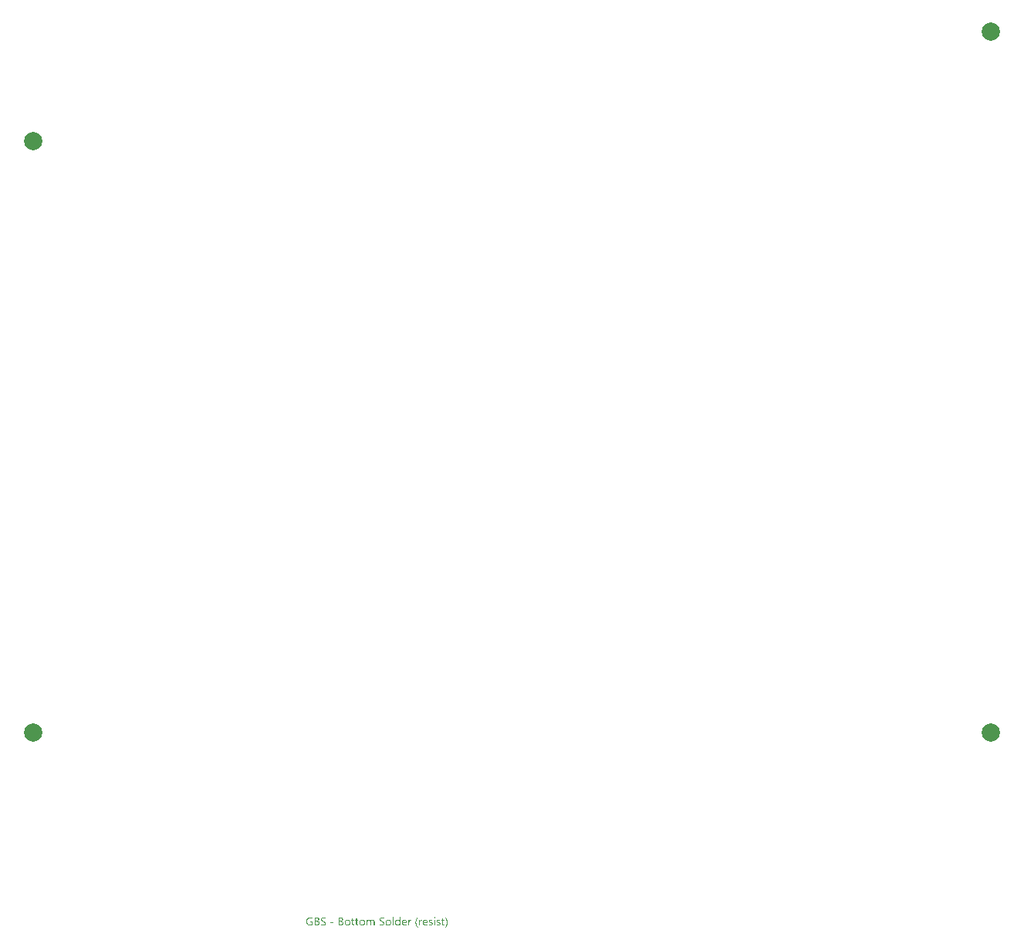
<source format=gbs>
G04*
G04 #@! TF.GenerationSoftware,Altium Limited,Altium Designer,22.11.1 (43)*
G04*
G04 Layer_Color=16711935*
%FSAX26Y26*%
%MOIN*%
G70*
G04*
G04 #@! TF.SameCoordinates,4DE1539D-3C2F-4BBE-9D22-D2A5EFC50442*
G04*
G04*
G04 #@! TF.FilePolarity,Negative*
G04*
G01*
G75*
%ADD10C,0.078740*%
G36*
X01811838Y-00244918D02*
X01812116Y-00244980D01*
X01812394Y-00245072D01*
X01812703Y-00245227D01*
X01813012Y-00245412D01*
X01813321Y-00245659D01*
X01813352Y-00245690D01*
X01813445Y-00245783D01*
X01813569Y-00245937D01*
X01813723Y-00246154D01*
X01813847Y-00246432D01*
X01813970Y-00246741D01*
X01814063Y-00247112D01*
X01814094Y-00247513D01*
X01814094Y-00247575D01*
X01814094Y-00247699D01*
X01814063Y-00247884D01*
X01814001Y-00248162D01*
X01813909Y-00248440D01*
X01813754Y-00248749D01*
X01813569Y-00249058D01*
X01813321Y-00249367D01*
X01813291Y-00249398D01*
X01813198Y-00249491D01*
X01813012Y-00249614D01*
X01812796Y-00249738D01*
X01812518Y-00249862D01*
X01812209Y-00249985D01*
X01811869Y-00250078D01*
X01811467Y-00250109D01*
X01811282Y-00250109D01*
X01811097Y-00250078D01*
X01810819Y-00250016D01*
X01810540Y-00249923D01*
X01810231Y-00249800D01*
X01809922Y-00249645D01*
X01809613Y-00249398D01*
X01809582Y-00249367D01*
X01809490Y-00249275D01*
X01809366Y-00249089D01*
X01809243Y-00248873D01*
X01809119Y-00248626D01*
X01808995Y-00248286D01*
X01808903Y-00247915D01*
X01808872Y-00247513D01*
X01808872Y-00247452D01*
X01808872Y-00247328D01*
X01808903Y-00247112D01*
X01808965Y-00246864D01*
X01809057Y-00246555D01*
X01809181Y-00246246D01*
X01809366Y-00245937D01*
X01809613Y-00245659D01*
X01809644Y-00245628D01*
X01809737Y-00245536D01*
X01809922Y-00245412D01*
X01810139Y-00245258D01*
X01810417Y-00245134D01*
X01810726Y-00245010D01*
X01811066Y-00244918D01*
X01811467Y-00244887D01*
X01811653Y-00244887D01*
X01811838Y-00244918D01*
X01811838Y-00244918D02*
G37*
G36*
X01586052Y-00245876D02*
X01586485Y-00245876D01*
X01586979Y-00245906D01*
X01587535Y-00245937D01*
X01588122Y-00245999D01*
X01589358Y-00246154D01*
X01590594Y-00246370D01*
X01591212Y-00246524D01*
X01591768Y-00246679D01*
X01592325Y-00246895D01*
X01592788Y-00247112D01*
X01592788Y-00251747D01*
X01592757Y-00251716D01*
X01592634Y-00251654D01*
X01592479Y-00251561D01*
X01592232Y-00251407D01*
X01591923Y-00251252D01*
X01591552Y-00251067D01*
X01591120Y-00250851D01*
X01590625Y-00250665D01*
X01590069Y-00250449D01*
X01589451Y-00250263D01*
X01588802Y-00250078D01*
X01588091Y-00249923D01*
X01587350Y-00249769D01*
X01586546Y-00249676D01*
X01585681Y-00249614D01*
X01584785Y-00249584D01*
X01584291Y-00249584D01*
X01583951Y-00249614D01*
X01583549Y-00249645D01*
X01583085Y-00249707D01*
X01582591Y-00249769D01*
X01582097Y-00249862D01*
X01582035Y-00249862D01*
X01581880Y-00249923D01*
X01581633Y-00249985D01*
X01581293Y-00250078D01*
X01580922Y-00250202D01*
X01580521Y-00250356D01*
X01580088Y-00250572D01*
X01579687Y-00250789D01*
X01579656Y-00250820D01*
X01579501Y-00250912D01*
X01579316Y-00251036D01*
X01579069Y-00251221D01*
X01578821Y-00251469D01*
X01578512Y-00251747D01*
X01578234Y-00252056D01*
X01577987Y-00252426D01*
X01577956Y-00252457D01*
X01577894Y-00252612D01*
X01577771Y-00252828D01*
X01577678Y-00253106D01*
X01577554Y-00253446D01*
X01577431Y-00253879D01*
X01577369Y-00254342D01*
X01577338Y-00254868D01*
X01577338Y-00254929D01*
X01577338Y-00255084D01*
X01577369Y-00255362D01*
X01577400Y-00255671D01*
X01577462Y-00256042D01*
X01577554Y-00256443D01*
X01577678Y-00256845D01*
X01577832Y-00257216D01*
X01577863Y-00257247D01*
X01577925Y-00257370D01*
X01578049Y-00257556D01*
X01578203Y-00257803D01*
X01578420Y-00258081D01*
X01578667Y-00258390D01*
X01578976Y-00258699D01*
X01579316Y-00259008D01*
X01579347Y-00259039D01*
X01579501Y-00259132D01*
X01579717Y-00259317D01*
X01579995Y-00259502D01*
X01580335Y-00259750D01*
X01580737Y-00259997D01*
X01581201Y-00260306D01*
X01581695Y-00260584D01*
X01581726Y-00260584D01*
X01581757Y-00260615D01*
X01581942Y-00260708D01*
X01582251Y-00260862D01*
X01582622Y-00261078D01*
X01583116Y-00261295D01*
X01583673Y-00261573D01*
X01584291Y-00261882D01*
X01584939Y-00262222D01*
X01584970Y-00262222D01*
X01585032Y-00262253D01*
X01585125Y-00262314D01*
X01585248Y-00262376D01*
X01585434Y-00262469D01*
X01585619Y-00262562D01*
X01586083Y-00262809D01*
X01586639Y-00263118D01*
X01587257Y-00263458D01*
X01587875Y-00263798D01*
X01588524Y-00264199D01*
X01588555Y-00264199D01*
X01588586Y-00264230D01*
X01588678Y-00264292D01*
X01588802Y-00264385D01*
X01589142Y-00264601D01*
X01589544Y-00264879D01*
X01590007Y-00265219D01*
X01590502Y-00265590D01*
X01590996Y-00266022D01*
X01591490Y-00266486D01*
X01591552Y-00266548D01*
X01591707Y-00266702D01*
X01591923Y-00266949D01*
X01592232Y-00267289D01*
X01592541Y-00267691D01*
X01592881Y-00268154D01*
X01593190Y-00268680D01*
X01593499Y-00269236D01*
X01593499Y-00269267D01*
X01593530Y-00269298D01*
X01593561Y-00269390D01*
X01593622Y-00269514D01*
X01593746Y-00269823D01*
X01593900Y-00270225D01*
X01594024Y-00270750D01*
X01594148Y-00271337D01*
X01594240Y-00271986D01*
X01594271Y-00272697D01*
X01594271Y-00272728D01*
X01594271Y-00272820D01*
X01594271Y-00272944D01*
X01594271Y-00273129D01*
X01594240Y-00273346D01*
X01594209Y-00273624D01*
X01594179Y-00273902D01*
X01594148Y-00274211D01*
X01594024Y-00274922D01*
X01593839Y-00275663D01*
X01593591Y-00276405D01*
X01593252Y-00277115D01*
X01593252Y-00277146D01*
X01593221Y-00277208D01*
X01593159Y-00277301D01*
X01593066Y-00277425D01*
X01592850Y-00277733D01*
X01592541Y-00278166D01*
X01592139Y-00278630D01*
X01591676Y-00279124D01*
X01591120Y-00279587D01*
X01590502Y-00280051D01*
X01590471Y-00280051D01*
X01590409Y-00280113D01*
X01590316Y-00280144D01*
X01590193Y-00280236D01*
X01590038Y-00280329D01*
X01589822Y-00280422D01*
X01589358Y-00280669D01*
X01588771Y-00280916D01*
X01588091Y-00281194D01*
X01587350Y-00281442D01*
X01586515Y-00281658D01*
X01586485Y-00281658D01*
X01586423Y-00281689D01*
X01586299Y-00281689D01*
X01586114Y-00281720D01*
X01585928Y-00281781D01*
X01585681Y-00281812D01*
X01585403Y-00281843D01*
X01585063Y-00281905D01*
X01584352Y-00281998D01*
X01583549Y-00282060D01*
X01582684Y-00282121D01*
X01581757Y-00282152D01*
X01581417Y-00282152D01*
X01581201Y-00282121D01*
X01580892Y-00282121D01*
X01580521Y-00282090D01*
X01580119Y-00282060D01*
X01579687Y-00281998D01*
X01579625Y-00281998D01*
X01579470Y-00281967D01*
X01579223Y-00281936D01*
X01578914Y-00281905D01*
X01578543Y-00281843D01*
X01578111Y-00281781D01*
X01577678Y-00281720D01*
X01577184Y-00281627D01*
X01577122Y-00281627D01*
X01576967Y-00281596D01*
X01576720Y-00281534D01*
X01576411Y-00281442D01*
X01576040Y-00281380D01*
X01575639Y-00281256D01*
X01574773Y-00281009D01*
X01574712Y-00280978D01*
X01574588Y-00280947D01*
X01574372Y-00280854D01*
X01574124Y-00280762D01*
X01573846Y-00280638D01*
X01573537Y-00280484D01*
X01573228Y-00280329D01*
X01572950Y-00280144D01*
X01572950Y-00275292D01*
X01572981Y-00275323D01*
X01573105Y-00275416D01*
X01573290Y-00275570D01*
X01573506Y-00275725D01*
X01573815Y-00275941D01*
X01574155Y-00276158D01*
X01574526Y-00276405D01*
X01574959Y-00276621D01*
X01575021Y-00276652D01*
X01575175Y-00276714D01*
X01575391Y-00276837D01*
X01575700Y-00276961D01*
X01576071Y-00277115D01*
X01576473Y-00277301D01*
X01576936Y-00277486D01*
X01577400Y-00277641D01*
X01577462Y-00277672D01*
X01577616Y-00277703D01*
X01577894Y-00277764D01*
X01578203Y-00277857D01*
X01578605Y-00277981D01*
X01579038Y-00278073D01*
X01579995Y-00278259D01*
X01580057Y-00278259D01*
X01580212Y-00278290D01*
X01580459Y-00278321D01*
X01580799Y-00278351D01*
X01581170Y-00278413D01*
X01581571Y-00278444D01*
X01582406Y-00278475D01*
X01582776Y-00278475D01*
X01583024Y-00278444D01*
X01583333Y-00278444D01*
X01583704Y-00278413D01*
X01584105Y-00278351D01*
X01584538Y-00278290D01*
X01585465Y-00278135D01*
X01586392Y-00277888D01*
X01587288Y-00277548D01*
X01587690Y-00277332D01*
X01588060Y-00277085D01*
X01588091Y-00277054D01*
X01588153Y-00277023D01*
X01588246Y-00276930D01*
X01588369Y-00276807D01*
X01588493Y-00276683D01*
X01588648Y-00276498D01*
X01588833Y-00276281D01*
X01589018Y-00276034D01*
X01589173Y-00275756D01*
X01589358Y-00275478D01*
X01589667Y-00274767D01*
X01589760Y-00274365D01*
X01589853Y-00273933D01*
X01589914Y-00273500D01*
X01589945Y-00273006D01*
X01589945Y-00272975D01*
X01589945Y-00272944D01*
X01589945Y-00272759D01*
X01589914Y-00272511D01*
X01589883Y-00272171D01*
X01589791Y-00271770D01*
X01589698Y-00271368D01*
X01589544Y-00270935D01*
X01589327Y-00270534D01*
X01589296Y-00270472D01*
X01589204Y-00270348D01*
X01589080Y-00270163D01*
X01588895Y-00269885D01*
X01588648Y-00269607D01*
X01588339Y-00269267D01*
X01587999Y-00268958D01*
X01587597Y-00268618D01*
X01587535Y-00268587D01*
X01587411Y-00268464D01*
X01587164Y-00268278D01*
X01586855Y-00268062D01*
X01586454Y-00267815D01*
X01586021Y-00267536D01*
X01585527Y-00267228D01*
X01584970Y-00266949D01*
X01584939Y-00266949D01*
X01584909Y-00266918D01*
X01584816Y-00266857D01*
X01584723Y-00266795D01*
X01584414Y-00266640D01*
X01584013Y-00266424D01*
X01583518Y-00266177D01*
X01582962Y-00265899D01*
X01582375Y-00265590D01*
X01581726Y-00265250D01*
X01581695Y-00265250D01*
X01581633Y-00265219D01*
X01581541Y-00265157D01*
X01581417Y-00265095D01*
X01581077Y-00264910D01*
X01580613Y-00264663D01*
X01580088Y-00264385D01*
X01579501Y-00264076D01*
X01578296Y-00263365D01*
X01578265Y-00263365D01*
X01578234Y-00263334D01*
X01578141Y-00263272D01*
X01578018Y-00263211D01*
X01577740Y-00262994D01*
X01577369Y-00262747D01*
X01576936Y-00262438D01*
X01576473Y-00262067D01*
X01576009Y-00261696D01*
X01575546Y-00261264D01*
X01575484Y-00261202D01*
X01575361Y-00261048D01*
X01575144Y-00260831D01*
X01574866Y-00260522D01*
X01574588Y-00260120D01*
X01574279Y-00259688D01*
X01573970Y-00259193D01*
X01573692Y-00258668D01*
X01573692Y-00258637D01*
X01573661Y-00258606D01*
X01573630Y-00258514D01*
X01573599Y-00258390D01*
X01573476Y-00258081D01*
X01573352Y-00257679D01*
X01573228Y-00257185D01*
X01573105Y-00256598D01*
X01573043Y-00255949D01*
X01573012Y-00255238D01*
X01573012Y-00255207D01*
X01573012Y-00255146D01*
X01573012Y-00254991D01*
X01573043Y-00254837D01*
X01573043Y-00254620D01*
X01573074Y-00254373D01*
X01573136Y-00253817D01*
X01573259Y-00253168D01*
X01573445Y-00252457D01*
X01573723Y-00251747D01*
X01574063Y-00251067D01*
X01574063Y-00251036D01*
X01574124Y-00250974D01*
X01574186Y-00250881D01*
X01574248Y-00250758D01*
X01574495Y-00250449D01*
X01574804Y-00250016D01*
X01575206Y-00249553D01*
X01575669Y-00249058D01*
X01576195Y-00248595D01*
X01576813Y-00248131D01*
X01576844Y-00248131D01*
X01576906Y-00248070D01*
X01576998Y-00248008D01*
X01577122Y-00247946D01*
X01577276Y-00247853D01*
X01577462Y-00247730D01*
X01577956Y-00247482D01*
X01578543Y-00247204D01*
X01579192Y-00246926D01*
X01579934Y-00246648D01*
X01580737Y-00246432D01*
X01580768Y-00246432D01*
X01580830Y-00246401D01*
X01580953Y-00246370D01*
X01581108Y-00246339D01*
X01581324Y-00246308D01*
X01581541Y-00246246D01*
X01581819Y-00246185D01*
X01582128Y-00246123D01*
X01582807Y-00246030D01*
X01583549Y-00245937D01*
X01584383Y-00245876D01*
X01585218Y-00245845D01*
X01585712Y-00245845D01*
X01586052Y-00245876D01*
X01586052Y-00245876D02*
G37*
G36*
X01333259Y-00245876D02*
X01333692Y-00245876D01*
X01334186Y-00245906D01*
X01334742Y-00245937D01*
X01335329Y-00245999D01*
X01336565Y-00246154D01*
X01337801Y-00246370D01*
X01338419Y-00246524D01*
X01338976Y-00246679D01*
X01339532Y-00246895D01*
X01339995Y-00247112D01*
X01339995Y-00251747D01*
X01339964Y-00251716D01*
X01339841Y-00251654D01*
X01339686Y-00251561D01*
X01339439Y-00251407D01*
X01339130Y-00251252D01*
X01338759Y-00251067D01*
X01338327Y-00250851D01*
X01337832Y-00250665D01*
X01337276Y-00250449D01*
X01336658Y-00250263D01*
X01336009Y-00250078D01*
X01335298Y-00249923D01*
X01334557Y-00249769D01*
X01333753Y-00249676D01*
X01332888Y-00249614D01*
X01331992Y-00249584D01*
X01331498Y-00249584D01*
X01331158Y-00249614D01*
X01330756Y-00249645D01*
X01330293Y-00249707D01*
X01329798Y-00249769D01*
X01329304Y-00249862D01*
X01329242Y-00249862D01*
X01329088Y-00249923D01*
X01328840Y-00249985D01*
X01328500Y-00250078D01*
X01328130Y-00250202D01*
X01327728Y-00250356D01*
X01327295Y-00250572D01*
X01326894Y-00250789D01*
X01326863Y-00250820D01*
X01326708Y-00250912D01*
X01326523Y-00251036D01*
X01326276Y-00251221D01*
X01326028Y-00251469D01*
X01325719Y-00251747D01*
X01325441Y-00252056D01*
X01325194Y-00252426D01*
X01325163Y-00252457D01*
X01325101Y-00252612D01*
X01324978Y-00252828D01*
X01324885Y-00253106D01*
X01324762Y-00253446D01*
X01324638Y-00253879D01*
X01324576Y-00254342D01*
X01324545Y-00254868D01*
X01324545Y-00254929D01*
X01324545Y-00255084D01*
X01324576Y-00255362D01*
X01324607Y-00255671D01*
X01324669Y-00256042D01*
X01324762Y-00256443D01*
X01324885Y-00256845D01*
X01325040Y-00257216D01*
X01325071Y-00257247D01*
X01325132Y-00257370D01*
X01325256Y-00257556D01*
X01325410Y-00257803D01*
X01325627Y-00258081D01*
X01325874Y-00258390D01*
X01326183Y-00258699D01*
X01326523Y-00259008D01*
X01326554Y-00259039D01*
X01326708Y-00259132D01*
X01326925Y-00259317D01*
X01327203Y-00259502D01*
X01327543Y-00259750D01*
X01327944Y-00259997D01*
X01328408Y-00260306D01*
X01328902Y-00260584D01*
X01328933Y-00260584D01*
X01328964Y-00260615D01*
X01329149Y-00260708D01*
X01329458Y-00260862D01*
X01329829Y-00261078D01*
X01330323Y-00261295D01*
X01330880Y-00261573D01*
X01331498Y-00261882D01*
X01332147Y-00262222D01*
X01332178Y-00262222D01*
X01332239Y-00262253D01*
X01332332Y-00262314D01*
X01332456Y-00262376D01*
X01332641Y-00262469D01*
X01332826Y-00262562D01*
X01333290Y-00262809D01*
X01333846Y-00263118D01*
X01334464Y-00263458D01*
X01335082Y-00263798D01*
X01335731Y-00264199D01*
X01335762Y-00264199D01*
X01335793Y-00264230D01*
X01335886Y-00264292D01*
X01336009Y-00264385D01*
X01336349Y-00264601D01*
X01336751Y-00264879D01*
X01337214Y-00265219D01*
X01337709Y-00265590D01*
X01338203Y-00266022D01*
X01338697Y-00266486D01*
X01338759Y-00266548D01*
X01338914Y-00266702D01*
X01339130Y-00266949D01*
X01339439Y-00267289D01*
X01339748Y-00267691D01*
X01340088Y-00268154D01*
X01340397Y-00268680D01*
X01340706Y-00269236D01*
X01340706Y-00269267D01*
X01340737Y-00269298D01*
X01340768Y-00269390D01*
X01340830Y-00269514D01*
X01340953Y-00269823D01*
X01341108Y-00270225D01*
X01341231Y-00270750D01*
X01341355Y-00271337D01*
X01341447Y-00271986D01*
X01341478Y-00272697D01*
X01341478Y-00272728D01*
X01341478Y-00272820D01*
X01341478Y-00272944D01*
X01341478Y-00273129D01*
X01341447Y-00273346D01*
X01341417Y-00273624D01*
X01341386Y-00273902D01*
X01341355Y-00274211D01*
X01341231Y-00274922D01*
X01341046Y-00275663D01*
X01340799Y-00276405D01*
X01340459Y-00277115D01*
X01340459Y-00277146D01*
X01340428Y-00277208D01*
X01340366Y-00277301D01*
X01340273Y-00277425D01*
X01340057Y-00277733D01*
X01339748Y-00278166D01*
X01339346Y-00278630D01*
X01338883Y-00279124D01*
X01338327Y-00279587D01*
X01337709Y-00280051D01*
X01337678Y-00280051D01*
X01337616Y-00280113D01*
X01337523Y-00280144D01*
X01337400Y-00280236D01*
X01337245Y-00280329D01*
X01337029Y-00280422D01*
X01336565Y-00280669D01*
X01335978Y-00280916D01*
X01335298Y-00281194D01*
X01334557Y-00281442D01*
X01333723Y-00281658D01*
X01333692Y-00281658D01*
X01333630Y-00281689D01*
X01333506Y-00281689D01*
X01333321Y-00281720D01*
X01333135Y-00281781D01*
X01332888Y-00281812D01*
X01332610Y-00281843D01*
X01332270Y-00281905D01*
X01331560Y-00281998D01*
X01330756Y-00282060D01*
X01329891Y-00282121D01*
X01328964Y-00282152D01*
X01328624Y-00282152D01*
X01328408Y-00282121D01*
X01328099Y-00282121D01*
X01327728Y-00282090D01*
X01327326Y-00282060D01*
X01326894Y-00281998D01*
X01326832Y-00281998D01*
X01326677Y-00281967D01*
X01326430Y-00281936D01*
X01326121Y-00281905D01*
X01325750Y-00281843D01*
X01325318Y-00281781D01*
X01324885Y-00281720D01*
X01324391Y-00281627D01*
X01324329Y-00281627D01*
X01324174Y-00281596D01*
X01323927Y-00281534D01*
X01323618Y-00281442D01*
X01323247Y-00281380D01*
X01322846Y-00281256D01*
X01321980Y-00281009D01*
X01321919Y-00280978D01*
X01321795Y-00280947D01*
X01321579Y-00280854D01*
X01321332Y-00280762D01*
X01321053Y-00280638D01*
X01320745Y-00280484D01*
X01320436Y-00280329D01*
X01320157Y-00280144D01*
X01320157Y-00275292D01*
X01320188Y-00275323D01*
X01320312Y-00275416D01*
X01320497Y-00275570D01*
X01320714Y-00275725D01*
X01321023Y-00275941D01*
X01321362Y-00276158D01*
X01321733Y-00276405D01*
X01322166Y-00276621D01*
X01322228Y-00276652D01*
X01322382Y-00276714D01*
X01322599Y-00276837D01*
X01322908Y-00276961D01*
X01323278Y-00277115D01*
X01323680Y-00277301D01*
X01324143Y-00277486D01*
X01324607Y-00277641D01*
X01324669Y-00277672D01*
X01324823Y-00277703D01*
X01325101Y-00277764D01*
X01325410Y-00277857D01*
X01325812Y-00277981D01*
X01326245Y-00278073D01*
X01327203Y-00278259D01*
X01327264Y-00278259D01*
X01327419Y-00278290D01*
X01327666Y-00278321D01*
X01328006Y-00278351D01*
X01328377Y-00278413D01*
X01328778Y-00278444D01*
X01329613Y-00278475D01*
X01329984Y-00278475D01*
X01330231Y-00278444D01*
X01330540Y-00278444D01*
X01330911Y-00278413D01*
X01331312Y-00278351D01*
X01331745Y-00278290D01*
X01332672Y-00278135D01*
X01333599Y-00277888D01*
X01334495Y-00277548D01*
X01334897Y-00277332D01*
X01335267Y-00277085D01*
X01335298Y-00277054D01*
X01335360Y-00277023D01*
X01335453Y-00276930D01*
X01335576Y-00276807D01*
X01335700Y-00276683D01*
X01335855Y-00276498D01*
X01336040Y-00276281D01*
X01336225Y-00276034D01*
X01336380Y-00275756D01*
X01336565Y-00275478D01*
X01336874Y-00274767D01*
X01336967Y-00274365D01*
X01337060Y-00273933D01*
X01337121Y-00273500D01*
X01337152Y-00273006D01*
X01337152Y-00272975D01*
X01337152Y-00272944D01*
X01337152Y-00272759D01*
X01337121Y-00272511D01*
X01337091Y-00272171D01*
X01336998Y-00271770D01*
X01336905Y-00271368D01*
X01336751Y-00270935D01*
X01336534Y-00270534D01*
X01336504Y-00270472D01*
X01336411Y-00270348D01*
X01336287Y-00270163D01*
X01336102Y-00269885D01*
X01335855Y-00269607D01*
X01335546Y-00269267D01*
X01335206Y-00268958D01*
X01334804Y-00268618D01*
X01334742Y-00268587D01*
X01334619Y-00268464D01*
X01334371Y-00268278D01*
X01334062Y-00268062D01*
X01333661Y-00267815D01*
X01333228Y-00267536D01*
X01332734Y-00267228D01*
X01332178Y-00266949D01*
X01332147Y-00266949D01*
X01332116Y-00266918D01*
X01332023Y-00266857D01*
X01331930Y-00266795D01*
X01331621Y-00266640D01*
X01331220Y-00266424D01*
X01330725Y-00266177D01*
X01330169Y-00265899D01*
X01329582Y-00265590D01*
X01328933Y-00265250D01*
X01328902Y-00265250D01*
X01328840Y-00265219D01*
X01328748Y-00265157D01*
X01328624Y-00265095D01*
X01328284Y-00264910D01*
X01327821Y-00264663D01*
X01327295Y-00264385D01*
X01326708Y-00264076D01*
X01325503Y-00263365D01*
X01325472Y-00263365D01*
X01325441Y-00263334D01*
X01325349Y-00263272D01*
X01325225Y-00263211D01*
X01324947Y-00262994D01*
X01324576Y-00262747D01*
X01324143Y-00262438D01*
X01323680Y-00262067D01*
X01323216Y-00261696D01*
X01322753Y-00261264D01*
X01322691Y-00261202D01*
X01322568Y-00261048D01*
X01322351Y-00260831D01*
X01322073Y-00260522D01*
X01321795Y-00260120D01*
X01321486Y-00259688D01*
X01321177Y-00259193D01*
X01320899Y-00258668D01*
X01320899Y-00258637D01*
X01320868Y-00258606D01*
X01320837Y-00258514D01*
X01320806Y-00258390D01*
X01320683Y-00258081D01*
X01320559Y-00257679D01*
X01320436Y-00257185D01*
X01320312Y-00256598D01*
X01320250Y-00255949D01*
X01320219Y-00255238D01*
X01320219Y-00255207D01*
X01320219Y-00255146D01*
X01320219Y-00254991D01*
X01320250Y-00254837D01*
X01320250Y-00254620D01*
X01320281Y-00254373D01*
X01320343Y-00253817D01*
X01320466Y-00253168D01*
X01320652Y-00252457D01*
X01320930Y-00251747D01*
X01321270Y-00251067D01*
X01321270Y-00251036D01*
X01321332Y-00250974D01*
X01321393Y-00250881D01*
X01321455Y-00250758D01*
X01321702Y-00250449D01*
X01322011Y-00250016D01*
X01322413Y-00249553D01*
X01322877Y-00249058D01*
X01323402Y-00248595D01*
X01324020Y-00248131D01*
X01324051Y-00248131D01*
X01324113Y-00248070D01*
X01324205Y-00248008D01*
X01324329Y-00247946D01*
X01324483Y-00247853D01*
X01324669Y-00247730D01*
X01325163Y-00247482D01*
X01325750Y-00247204D01*
X01326399Y-00246926D01*
X01327141Y-00246648D01*
X01327944Y-00246432D01*
X01327975Y-00246432D01*
X01328037Y-00246401D01*
X01328160Y-00246370D01*
X01328315Y-00246339D01*
X01328531Y-00246308D01*
X01328748Y-00246246D01*
X01329026Y-00246185D01*
X01329335Y-00246123D01*
X01330014Y-00246030D01*
X01330756Y-00245937D01*
X01331590Y-00245876D01*
X01332425Y-00245845D01*
X01332919Y-00245845D01*
X01333259Y-00245876D01*
X01333259Y-00245876D02*
G37*
G36*
X01275507Y-00245876D02*
X01276001Y-00245906D01*
X01276588Y-00245937D01*
X01277206Y-00245999D01*
X01277917Y-00246092D01*
X01278659Y-00246185D01*
X01279431Y-00246308D01*
X01280235Y-00246463D01*
X01281038Y-00246648D01*
X01281841Y-00246864D01*
X01282645Y-00247112D01*
X01283448Y-00247390D01*
X01284190Y-00247730D01*
X01284190Y-00252272D01*
X01284128Y-00252241D01*
X01284004Y-00252148D01*
X01283757Y-00252025D01*
X01283448Y-00251839D01*
X01283016Y-00251654D01*
X01282521Y-00251407D01*
X01281965Y-00251190D01*
X01281316Y-00250912D01*
X01280636Y-00250665D01*
X01279864Y-00250418D01*
X01279030Y-00250202D01*
X01278133Y-00250016D01*
X01277176Y-00249831D01*
X01276187Y-00249707D01*
X01275167Y-00249614D01*
X01274085Y-00249584D01*
X01273838Y-00249584D01*
X01273529Y-00249614D01*
X01273097Y-00249645D01*
X01272602Y-00249707D01*
X01272015Y-00249800D01*
X01271366Y-00249923D01*
X01270656Y-00250078D01*
X01269914Y-00250294D01*
X01269141Y-00250572D01*
X01268338Y-00250912D01*
X01267504Y-00251314D01*
X01266700Y-00251778D01*
X01265928Y-00252303D01*
X01265155Y-00252952D01*
X01264414Y-00253662D01*
X01264383Y-00253693D01*
X01264259Y-00253848D01*
X01264074Y-00254064D01*
X01263827Y-00254404D01*
X01263549Y-00254806D01*
X01263209Y-00255269D01*
X01262869Y-00255856D01*
X01262529Y-00256505D01*
X01262189Y-00257216D01*
X01261849Y-00258019D01*
X01261509Y-00258885D01*
X01261231Y-00259812D01*
X01260984Y-00260800D01*
X01260799Y-00261851D01*
X01260675Y-00262994D01*
X01260644Y-00264168D01*
X01260644Y-00264199D01*
X01260644Y-00264230D01*
X01260644Y-00264323D01*
X01260644Y-00264447D01*
X01260644Y-00264632D01*
X01260675Y-00264817D01*
X01260706Y-00265281D01*
X01260737Y-00265837D01*
X01260829Y-00266486D01*
X01260922Y-00267197D01*
X01261077Y-00267969D01*
X01261262Y-00268803D01*
X01261509Y-00269669D01*
X01261787Y-00270534D01*
X01262127Y-00271430D01*
X01262529Y-00272295D01*
X01262992Y-00273129D01*
X01263518Y-00273933D01*
X01264136Y-00274674D01*
X01264167Y-00274705D01*
X01264290Y-00274829D01*
X01264506Y-00275014D01*
X01264785Y-00275262D01*
X01265124Y-00275540D01*
X01265557Y-00275880D01*
X01266052Y-00276219D01*
X01266639Y-00276559D01*
X01267287Y-00276930D01*
X01267998Y-00277270D01*
X01268771Y-00277579D01*
X01269636Y-00277888D01*
X01270532Y-00278135D01*
X01271521Y-00278321D01*
X01272541Y-00278444D01*
X01273653Y-00278475D01*
X01274055Y-00278475D01*
X01274333Y-00278444D01*
X01274704Y-00278413D01*
X01275105Y-00278382D01*
X01275569Y-00278351D01*
X01276094Y-00278259D01*
X01276619Y-00278197D01*
X01277206Y-00278073D01*
X01278381Y-00277795D01*
X01278999Y-00277610D01*
X01279586Y-00277363D01*
X01280173Y-00277115D01*
X01280760Y-00276837D01*
X01280760Y-00266980D01*
X01273066Y-00266980D01*
X01273066Y-00263241D01*
X01284900Y-00263241D01*
X01284900Y-00279186D01*
X01284839Y-00279217D01*
X01284653Y-00279309D01*
X01284375Y-00279464D01*
X01283974Y-00279649D01*
X01283479Y-00279866D01*
X01282892Y-00280113D01*
X01282212Y-00280391D01*
X01281440Y-00280669D01*
X01280605Y-00280947D01*
X01279678Y-00281225D01*
X01278720Y-00281472D01*
X01277701Y-00281689D01*
X01276619Y-00281874D01*
X01275476Y-00282029D01*
X01274333Y-00282121D01*
X01273128Y-00282152D01*
X01272788Y-00282152D01*
X01272633Y-00282121D01*
X01272417Y-00282121D01*
X01272170Y-00282090D01*
X01271892Y-00282090D01*
X01271243Y-00281998D01*
X01270501Y-00281905D01*
X01269698Y-00281750D01*
X01268802Y-00281534D01*
X01267844Y-00281287D01*
X01266855Y-00280978D01*
X01265835Y-00280576D01*
X01264815Y-00280113D01*
X01263796Y-00279557D01*
X01262807Y-00278908D01*
X01261849Y-00278166D01*
X01260953Y-00277332D01*
X01260891Y-00277270D01*
X01260768Y-00277115D01*
X01260520Y-00276837D01*
X01260242Y-00276436D01*
X01259871Y-00275972D01*
X01259501Y-00275385D01*
X01259068Y-00274674D01*
X01258636Y-00273902D01*
X01258203Y-00273037D01*
X01257770Y-00272048D01*
X01257399Y-00270997D01*
X01257029Y-00269854D01*
X01256751Y-00268649D01*
X01256503Y-00267320D01*
X01256380Y-00265930D01*
X01256318Y-00264477D01*
X01256318Y-00264447D01*
X01256318Y-00264385D01*
X01256318Y-00264261D01*
X01256318Y-00264107D01*
X01256349Y-00263921D01*
X01256349Y-00263674D01*
X01256380Y-00263427D01*
X01256411Y-00263118D01*
X01256442Y-00262778D01*
X01256473Y-00262438D01*
X01256596Y-00261635D01*
X01256751Y-00260708D01*
X01256967Y-00259750D01*
X01257245Y-00258699D01*
X01257585Y-00257618D01*
X01257987Y-00256505D01*
X01258481Y-00255393D01*
X01259099Y-00254280D01*
X01259779Y-00253168D01*
X01260582Y-00252117D01*
X01261478Y-00251098D01*
X01261540Y-00251036D01*
X01261726Y-00250881D01*
X01262004Y-00250603D01*
X01262405Y-00250263D01*
X01262931Y-00249893D01*
X01263518Y-00249429D01*
X01264228Y-00248966D01*
X01265063Y-00248471D01*
X01265959Y-00247977D01*
X01266948Y-00247513D01*
X01267998Y-00247050D01*
X01269172Y-00246679D01*
X01270408Y-00246339D01*
X01271706Y-00246061D01*
X01273097Y-00245906D01*
X01274549Y-00245845D01*
X01275105Y-00245845D01*
X01275507Y-00245876D01*
X01275507Y-00245876D02*
G37*
G36*
X01663704Y-00281565D02*
X01659687Y-00281565D01*
X01659687Y-00277332D01*
X01659594Y-00277332D01*
X01659563Y-00277394D01*
X01659470Y-00277548D01*
X01659285Y-00277764D01*
X01659069Y-00278073D01*
X01658760Y-00278444D01*
X01658420Y-00278846D01*
X01657987Y-00279279D01*
X01657462Y-00279742D01*
X01656906Y-00280205D01*
X01656257Y-00280638D01*
X01655546Y-00281040D01*
X01654774Y-00281411D01*
X01653939Y-00281720D01*
X01653012Y-00281936D01*
X01652023Y-00282090D01*
X01650973Y-00282152D01*
X01650756Y-00282152D01*
X01650509Y-00282121D01*
X01650200Y-00282090D01*
X01649799Y-00282060D01*
X01649335Y-00281967D01*
X01648810Y-00281874D01*
X01648254Y-00281720D01*
X01647667Y-00281565D01*
X01647049Y-00281318D01*
X01646430Y-00281071D01*
X01645782Y-00280731D01*
X01645164Y-00280360D01*
X01644546Y-00279897D01*
X01643958Y-00279371D01*
X01643402Y-00278784D01*
X01643371Y-00278753D01*
X01643279Y-00278630D01*
X01643155Y-00278444D01*
X01642970Y-00278166D01*
X01642753Y-00277826D01*
X01642506Y-00277425D01*
X01642259Y-00276930D01*
X01642012Y-00276374D01*
X01641734Y-00275756D01*
X01641486Y-00275076D01*
X01641239Y-00274304D01*
X01641023Y-00273500D01*
X01640838Y-00272635D01*
X01640714Y-00271677D01*
X01640621Y-00270688D01*
X01640590Y-00269638D01*
X01640590Y-00269607D01*
X01640590Y-00269576D01*
X01640590Y-00269483D01*
X01640590Y-00269360D01*
X01640621Y-00269051D01*
X01640652Y-00268618D01*
X01640683Y-00268062D01*
X01640745Y-00267475D01*
X01640838Y-00266795D01*
X01640992Y-00266053D01*
X01641147Y-00265281D01*
X01641363Y-00264447D01*
X01641610Y-00263643D01*
X01641919Y-00262778D01*
X01642259Y-00261974D01*
X01642692Y-00261171D01*
X01643155Y-00260399D01*
X01643711Y-00259657D01*
X01643742Y-00259626D01*
X01643866Y-00259502D01*
X01644051Y-00259317D01*
X01644298Y-00259070D01*
X01644607Y-00258792D01*
X01644978Y-00258452D01*
X01645442Y-00258112D01*
X01645936Y-00257772D01*
X01646523Y-00257432D01*
X01647141Y-00257092D01*
X01647821Y-00256752D01*
X01648563Y-00256474D01*
X01649366Y-00256227D01*
X01650231Y-00256042D01*
X01651127Y-00255918D01*
X01652085Y-00255887D01*
X01652302Y-00255887D01*
X01652580Y-00255918D01*
X01652919Y-00255949D01*
X01653352Y-00256011D01*
X01653847Y-00256103D01*
X01654372Y-00256227D01*
X01654959Y-00256382D01*
X01655577Y-00256598D01*
X01656195Y-00256876D01*
X01656813Y-00257216D01*
X01657431Y-00257618D01*
X01658018Y-00258081D01*
X01658605Y-00258606D01*
X01659130Y-00259255D01*
X01659594Y-00259966D01*
X01659687Y-00259966D01*
X01659687Y-00244423D01*
X01663704Y-00244423D01*
X01663704Y-00281565D01*
X01663704Y-00281565D02*
G37*
G36*
X01830224Y-00255918D02*
X01830502Y-00255918D01*
X01830842Y-00255949D01*
X01831213Y-00255980D01*
X01831614Y-00256042D01*
X01832541Y-00256165D01*
X01833499Y-00256382D01*
X01834519Y-00256660D01*
X01835508Y-00257031D01*
X01835508Y-00261109D01*
X01835477Y-00261078D01*
X01835384Y-00261017D01*
X01835229Y-00260955D01*
X01835013Y-00260831D01*
X01834766Y-00260677D01*
X01834457Y-00260522D01*
X01834086Y-00260368D01*
X01833685Y-00260182D01*
X01833221Y-00260028D01*
X01832757Y-00259873D01*
X01832232Y-00259719D01*
X01831676Y-00259564D01*
X01831058Y-00259441D01*
X01830440Y-00259379D01*
X01829822Y-00259317D01*
X01829142Y-00259286D01*
X01828741Y-00259286D01*
X01828462Y-00259317D01*
X01828153Y-00259348D01*
X01827813Y-00259410D01*
X01827103Y-00259564D01*
X01827072Y-00259564D01*
X01826948Y-00259595D01*
X01826794Y-00259657D01*
X01826578Y-00259750D01*
X01826083Y-00259966D01*
X01825558Y-00260275D01*
X01825527Y-00260306D01*
X01825465Y-00260368D01*
X01825341Y-00260460D01*
X01825187Y-00260584D01*
X01824847Y-00260924D01*
X01824538Y-00261387D01*
X01824538Y-00261418D01*
X01824476Y-00261511D01*
X01824445Y-00261635D01*
X01824384Y-00261820D01*
X01824322Y-00262005D01*
X01824260Y-00262253D01*
X01824229Y-00262531D01*
X01824198Y-00262809D01*
X01824198Y-00262840D01*
X01824198Y-00262963D01*
X01824229Y-00263149D01*
X01824229Y-00263396D01*
X01824291Y-00263643D01*
X01824353Y-00263921D01*
X01824415Y-00264199D01*
X01824538Y-00264477D01*
X01824569Y-00264508D01*
X01824600Y-00264601D01*
X01824693Y-00264725D01*
X01824816Y-00264879D01*
X01824971Y-00265034D01*
X01825125Y-00265250D01*
X01825589Y-00265652D01*
X01825620Y-00265683D01*
X01825712Y-00265744D01*
X01825867Y-00265837D01*
X01826052Y-00265961D01*
X01826299Y-00266084D01*
X01826578Y-00266239D01*
X01826917Y-00266424D01*
X01827257Y-00266579D01*
X01827288Y-00266610D01*
X01827443Y-00266640D01*
X01827628Y-00266733D01*
X01827906Y-00266826D01*
X01828246Y-00266980D01*
X01828617Y-00267135D01*
X01829019Y-00267289D01*
X01829482Y-00267475D01*
X01829513Y-00267475D01*
X01829544Y-00267506D01*
X01829637Y-00267536D01*
X01829760Y-00267567D01*
X01830069Y-00267691D01*
X01830471Y-00267876D01*
X01830934Y-00268062D01*
X01831460Y-00268278D01*
X01831985Y-00268525D01*
X01832479Y-00268772D01*
X01832510Y-00268772D01*
X01832541Y-00268803D01*
X01832696Y-00268896D01*
X01832943Y-00269020D01*
X01833252Y-00269205D01*
X01833623Y-00269452D01*
X01833994Y-00269700D01*
X01834364Y-00270009D01*
X01834735Y-00270317D01*
X01834766Y-00270348D01*
X01834890Y-00270472D01*
X01835044Y-00270627D01*
X01835260Y-00270874D01*
X01835477Y-00271152D01*
X01835724Y-00271492D01*
X01835940Y-00271863D01*
X01836157Y-00272264D01*
X01836187Y-00272326D01*
X01836249Y-00272450D01*
X01836311Y-00272697D01*
X01836404Y-00273006D01*
X01836496Y-00273377D01*
X01836589Y-00273809D01*
X01836620Y-00274304D01*
X01836651Y-00274860D01*
X01836651Y-00274891D01*
X01836651Y-00274952D01*
X01836651Y-00275045D01*
X01836651Y-00275169D01*
X01836620Y-00275509D01*
X01836558Y-00275972D01*
X01836435Y-00276467D01*
X01836311Y-00277023D01*
X01836095Y-00277579D01*
X01835817Y-00278104D01*
X01835786Y-00278166D01*
X01835662Y-00278321D01*
X01835477Y-00278568D01*
X01835229Y-00278908D01*
X01834920Y-00279248D01*
X01834550Y-00279649D01*
X01834117Y-00280020D01*
X01833623Y-00280391D01*
X01833561Y-00280422D01*
X01833376Y-00280545D01*
X01833097Y-00280700D01*
X01832727Y-00280885D01*
X01832263Y-00281102D01*
X01831707Y-00281318D01*
X01831120Y-00281534D01*
X01830471Y-00281720D01*
X01830440Y-00281720D01*
X01830378Y-00281750D01*
X01830285Y-00281750D01*
X01830162Y-00281781D01*
X01830007Y-00281812D01*
X01829822Y-00281843D01*
X01829359Y-00281936D01*
X01828771Y-00282029D01*
X01828153Y-00282090D01*
X01827474Y-00282121D01*
X01826732Y-00282152D01*
X01826361Y-00282152D01*
X01826083Y-00282121D01*
X01825743Y-00282121D01*
X01825372Y-00282060D01*
X01824909Y-00282029D01*
X01824445Y-00281967D01*
X01823920Y-00281874D01*
X01823395Y-00281781D01*
X01822282Y-00281534D01*
X01821139Y-00281163D01*
X01820583Y-00280916D01*
X01820027Y-00280669D01*
X01820027Y-00276374D01*
X01820058Y-00276405D01*
X01820181Y-00276467D01*
X01820367Y-00276590D01*
X01820614Y-00276745D01*
X01820923Y-00276930D01*
X01821263Y-00277146D01*
X01821695Y-00277363D01*
X01822159Y-00277579D01*
X01822684Y-00277795D01*
X01823240Y-00278012D01*
X01823827Y-00278228D01*
X01824445Y-00278413D01*
X01825125Y-00278568D01*
X01825805Y-00278691D01*
X01826516Y-00278753D01*
X01827257Y-00278784D01*
X01827474Y-00278784D01*
X01827752Y-00278753D01*
X01828092Y-00278722D01*
X01828493Y-00278661D01*
X01828926Y-00278599D01*
X01829420Y-00278475D01*
X01829915Y-00278351D01*
X01830378Y-00278166D01*
X01830873Y-00277919D01*
X01831305Y-00277641D01*
X01831707Y-00277301D01*
X01832047Y-00276899D01*
X01832325Y-00276436D01*
X01832479Y-00275880D01*
X01832541Y-00275570D01*
X01832541Y-00275262D01*
X01832541Y-00275231D01*
X01832541Y-00275076D01*
X01832510Y-00274891D01*
X01832479Y-00274674D01*
X01832418Y-00274396D01*
X01832356Y-00274118D01*
X01832232Y-00273840D01*
X01832078Y-00273562D01*
X01832047Y-00273531D01*
X01831985Y-00273438D01*
X01831892Y-00273315D01*
X01831769Y-00273129D01*
X01831583Y-00272944D01*
X01831398Y-00272728D01*
X01831151Y-00272542D01*
X01830873Y-00272326D01*
X01830842Y-00272295D01*
X01830749Y-00272233D01*
X01830564Y-00272141D01*
X01830347Y-00271986D01*
X01830100Y-00271832D01*
X01829791Y-00271677D01*
X01829420Y-00271523D01*
X01829050Y-00271368D01*
X01828988Y-00271337D01*
X01828864Y-00271306D01*
X01828648Y-00271214D01*
X01828370Y-00271090D01*
X01828061Y-00270935D01*
X01827659Y-00270781D01*
X01827257Y-00270627D01*
X01826825Y-00270441D01*
X01826794Y-00270441D01*
X01826763Y-00270410D01*
X01826670Y-00270379D01*
X01826547Y-00270317D01*
X01826238Y-00270194D01*
X01825836Y-00270039D01*
X01825372Y-00269823D01*
X01824878Y-00269607D01*
X01824384Y-00269360D01*
X01823889Y-00269112D01*
X01823827Y-00269082D01*
X01823673Y-00268989D01*
X01823457Y-00268865D01*
X01823148Y-00268680D01*
X01822808Y-00268433D01*
X01822468Y-00268185D01*
X01822097Y-00267907D01*
X01821757Y-00267598D01*
X01821726Y-00267567D01*
X01821633Y-00267444D01*
X01821479Y-00267289D01*
X01821294Y-00267042D01*
X01821077Y-00266764D01*
X01820861Y-00266424D01*
X01820676Y-00266084D01*
X01820490Y-00265683D01*
X01820459Y-00265621D01*
X01820428Y-00265497D01*
X01820367Y-00265250D01*
X01820305Y-00264972D01*
X01820212Y-00264601D01*
X01820150Y-00264168D01*
X01820119Y-00263674D01*
X01820089Y-00263149D01*
X01820089Y-00263118D01*
X01820089Y-00263056D01*
X01820089Y-00262963D01*
X01820089Y-00262840D01*
X01820119Y-00262531D01*
X01820181Y-00262098D01*
X01820274Y-00261604D01*
X01820428Y-00261078D01*
X01820614Y-00260553D01*
X01820892Y-00260028D01*
X01820892Y-00259997D01*
X01820923Y-00259966D01*
X01821046Y-00259812D01*
X01821232Y-00259564D01*
X01821448Y-00259224D01*
X01821757Y-00258885D01*
X01822128Y-00258514D01*
X01822561Y-00258112D01*
X01823024Y-00257772D01*
X01823055Y-00257772D01*
X01823086Y-00257741D01*
X01823271Y-00257618D01*
X01823549Y-00257463D01*
X01823920Y-00257247D01*
X01824384Y-00257031D01*
X01824909Y-00256783D01*
X01825496Y-00256567D01*
X01826114Y-00256382D01*
X01826145Y-00256382D01*
X01826207Y-00256351D01*
X01826299Y-00256320D01*
X01826423Y-00256289D01*
X01826578Y-00256258D01*
X01826763Y-00256227D01*
X01827196Y-00256134D01*
X01827752Y-00256042D01*
X01828339Y-00255949D01*
X01828988Y-00255918D01*
X01829668Y-00255887D01*
X01829976Y-00255887D01*
X01830224Y-00255918D01*
X01830224Y-00255918D02*
G37*
G36*
X01796790Y-00255918D02*
X01797068Y-00255918D01*
X01797408Y-00255949D01*
X01797779Y-00255980D01*
X01798180Y-00256042D01*
X01799107Y-00256165D01*
X01800065Y-00256382D01*
X01801085Y-00256660D01*
X01802074Y-00257031D01*
X01802074Y-00261109D01*
X01802043Y-00261078D01*
X01801950Y-00261017D01*
X01801796Y-00260955D01*
X01801579Y-00260831D01*
X01801332Y-00260677D01*
X01801023Y-00260522D01*
X01800652Y-00260368D01*
X01800251Y-00260182D01*
X01799787Y-00260028D01*
X01799324Y-00259873D01*
X01798798Y-00259719D01*
X01798242Y-00259564D01*
X01797624Y-00259441D01*
X01797006Y-00259379D01*
X01796388Y-00259317D01*
X01795708Y-00259286D01*
X01795307Y-00259286D01*
X01795029Y-00259317D01*
X01794720Y-00259348D01*
X01794380Y-00259410D01*
X01793669Y-00259564D01*
X01793638Y-00259564D01*
X01793514Y-00259595D01*
X01793360Y-00259657D01*
X01793144Y-00259750D01*
X01792649Y-00259966D01*
X01792124Y-00260275D01*
X01792093Y-00260306D01*
X01792031Y-00260368D01*
X01791908Y-00260460D01*
X01791753Y-00260584D01*
X01791413Y-00260924D01*
X01791104Y-00261387D01*
X01791104Y-00261418D01*
X01791043Y-00261511D01*
X01791012Y-00261635D01*
X01790950Y-00261820D01*
X01790888Y-00262005D01*
X01790826Y-00262253D01*
X01790795Y-00262531D01*
X01790764Y-00262809D01*
X01790764Y-00262840D01*
X01790764Y-00262963D01*
X01790795Y-00263149D01*
X01790795Y-00263396D01*
X01790857Y-00263643D01*
X01790919Y-00263921D01*
X01790981Y-00264199D01*
X01791104Y-00264477D01*
X01791135Y-00264508D01*
X01791166Y-00264601D01*
X01791259Y-00264725D01*
X01791382Y-00264879D01*
X01791537Y-00265034D01*
X01791691Y-00265250D01*
X01792155Y-00265652D01*
X01792186Y-00265683D01*
X01792278Y-00265744D01*
X01792433Y-00265837D01*
X01792618Y-00265961D01*
X01792866Y-00266084D01*
X01793144Y-00266239D01*
X01793484Y-00266424D01*
X01793823Y-00266579D01*
X01793854Y-00266610D01*
X01794009Y-00266640D01*
X01794194Y-00266733D01*
X01794472Y-00266826D01*
X01794812Y-00266980D01*
X01795183Y-00267135D01*
X01795585Y-00267289D01*
X01796048Y-00267475D01*
X01796079Y-00267475D01*
X01796110Y-00267506D01*
X01796203Y-00267536D01*
X01796326Y-00267567D01*
X01796635Y-00267691D01*
X01797037Y-00267876D01*
X01797501Y-00268062D01*
X01798026Y-00268278D01*
X01798551Y-00268525D01*
X01799046Y-00268772D01*
X01799076Y-00268772D01*
X01799107Y-00268803D01*
X01799262Y-00268896D01*
X01799509Y-00269020D01*
X01799818Y-00269205D01*
X01800189Y-00269452D01*
X01800560Y-00269700D01*
X01800930Y-00270009D01*
X01801301Y-00270317D01*
X01801332Y-00270348D01*
X01801456Y-00270472D01*
X01801610Y-00270627D01*
X01801827Y-00270874D01*
X01802043Y-00271152D01*
X01802290Y-00271492D01*
X01802506Y-00271863D01*
X01802723Y-00272264D01*
X01802754Y-00272326D01*
X01802815Y-00272450D01*
X01802877Y-00272697D01*
X01802970Y-00273006D01*
X01803063Y-00273377D01*
X01803155Y-00273809D01*
X01803186Y-00274304D01*
X01803217Y-00274860D01*
X01803217Y-00274891D01*
X01803217Y-00274952D01*
X01803217Y-00275045D01*
X01803217Y-00275169D01*
X01803186Y-00275509D01*
X01803124Y-00275972D01*
X01803001Y-00276467D01*
X01802877Y-00277023D01*
X01802661Y-00277579D01*
X01802383Y-00278104D01*
X01802352Y-00278166D01*
X01802228Y-00278321D01*
X01802043Y-00278568D01*
X01801796Y-00278908D01*
X01801487Y-00279248D01*
X01801116Y-00279649D01*
X01800683Y-00280020D01*
X01800189Y-00280391D01*
X01800127Y-00280422D01*
X01799942Y-00280545D01*
X01799664Y-00280700D01*
X01799293Y-00280885D01*
X01798829Y-00281102D01*
X01798273Y-00281318D01*
X01797686Y-00281534D01*
X01797037Y-00281720D01*
X01797006Y-00281720D01*
X01796944Y-00281750D01*
X01796852Y-00281750D01*
X01796728Y-00281781D01*
X01796574Y-00281812D01*
X01796388Y-00281843D01*
X01795925Y-00281936D01*
X01795338Y-00282029D01*
X01794720Y-00282090D01*
X01794040Y-00282121D01*
X01793298Y-00282152D01*
X01792927Y-00282152D01*
X01792649Y-00282121D01*
X01792309Y-00282121D01*
X01791939Y-00282060D01*
X01791475Y-00282029D01*
X01791012Y-00281967D01*
X01790486Y-00281874D01*
X01789961Y-00281781D01*
X01788849Y-00281534D01*
X01787705Y-00281163D01*
X01787149Y-00280916D01*
X01786593Y-00280669D01*
X01786593Y-00276374D01*
X01786624Y-00276405D01*
X01786747Y-00276467D01*
X01786933Y-00276590D01*
X01787180Y-00276745D01*
X01787489Y-00276930D01*
X01787829Y-00277146D01*
X01788262Y-00277363D01*
X01788725Y-00277579D01*
X01789250Y-00277795D01*
X01789806Y-00278012D01*
X01790394Y-00278228D01*
X01791012Y-00278413D01*
X01791691Y-00278568D01*
X01792371Y-00278691D01*
X01793082Y-00278753D01*
X01793823Y-00278784D01*
X01794040Y-00278784D01*
X01794318Y-00278753D01*
X01794658Y-00278722D01*
X01795060Y-00278661D01*
X01795492Y-00278599D01*
X01795986Y-00278475D01*
X01796481Y-00278351D01*
X01796944Y-00278166D01*
X01797439Y-00277919D01*
X01797871Y-00277641D01*
X01798273Y-00277301D01*
X01798613Y-00276899D01*
X01798891Y-00276436D01*
X01799046Y-00275880D01*
X01799107Y-00275570D01*
X01799107Y-00275262D01*
X01799107Y-00275231D01*
X01799107Y-00275076D01*
X01799076Y-00274891D01*
X01799046Y-00274674D01*
X01798984Y-00274396D01*
X01798922Y-00274118D01*
X01798798Y-00273840D01*
X01798644Y-00273562D01*
X01798613Y-00273531D01*
X01798551Y-00273438D01*
X01798458Y-00273315D01*
X01798335Y-00273129D01*
X01798149Y-00272944D01*
X01797964Y-00272728D01*
X01797717Y-00272542D01*
X01797439Y-00272326D01*
X01797408Y-00272295D01*
X01797315Y-00272233D01*
X01797130Y-00272141D01*
X01796914Y-00271986D01*
X01796666Y-00271832D01*
X01796357Y-00271677D01*
X01795986Y-00271523D01*
X01795616Y-00271368D01*
X01795554Y-00271337D01*
X01795430Y-00271306D01*
X01795214Y-00271214D01*
X01794936Y-00271090D01*
X01794627Y-00270935D01*
X01794225Y-00270781D01*
X01793823Y-00270627D01*
X01793391Y-00270441D01*
X01793360Y-00270441D01*
X01793329Y-00270410D01*
X01793236Y-00270379D01*
X01793113Y-00270317D01*
X01792804Y-00270194D01*
X01792402Y-00270039D01*
X01791939Y-00269823D01*
X01791444Y-00269607D01*
X01790950Y-00269360D01*
X01790455Y-00269112D01*
X01790394Y-00269082D01*
X01790239Y-00268989D01*
X01790023Y-00268865D01*
X01789714Y-00268680D01*
X01789374Y-00268433D01*
X01789034Y-00268185D01*
X01788663Y-00267907D01*
X01788323Y-00267598D01*
X01788292Y-00267567D01*
X01788200Y-00267444D01*
X01788045Y-00267289D01*
X01787860Y-00267042D01*
X01787643Y-00266764D01*
X01787427Y-00266424D01*
X01787242Y-00266084D01*
X01787056Y-00265683D01*
X01787025Y-00265621D01*
X01786995Y-00265497D01*
X01786933Y-00265250D01*
X01786871Y-00264972D01*
X01786778Y-00264601D01*
X01786716Y-00264168D01*
X01786686Y-00263674D01*
X01786655Y-00263149D01*
X01786655Y-00263118D01*
X01786655Y-00263056D01*
X01786655Y-00262963D01*
X01786655Y-00262840D01*
X01786686Y-00262531D01*
X01786747Y-00262098D01*
X01786840Y-00261604D01*
X01786995Y-00261078D01*
X01787180Y-00260553D01*
X01787458Y-00260028D01*
X01787458Y-00259997D01*
X01787489Y-00259966D01*
X01787613Y-00259812D01*
X01787798Y-00259564D01*
X01788014Y-00259224D01*
X01788323Y-00258885D01*
X01788694Y-00258514D01*
X01789127Y-00258112D01*
X01789590Y-00257772D01*
X01789621Y-00257772D01*
X01789652Y-00257741D01*
X01789837Y-00257618D01*
X01790116Y-00257463D01*
X01790486Y-00257247D01*
X01790950Y-00257031D01*
X01791475Y-00256783D01*
X01792062Y-00256567D01*
X01792680Y-00256382D01*
X01792711Y-00256382D01*
X01792773Y-00256351D01*
X01792866Y-00256320D01*
X01792989Y-00256289D01*
X01793144Y-00256258D01*
X01793329Y-00256227D01*
X01793762Y-00256134D01*
X01794318Y-00256042D01*
X01794905Y-00255949D01*
X01795554Y-00255918D01*
X01796234Y-00255887D01*
X01796543Y-00255887D01*
X01796790Y-00255918D01*
X01796790Y-00255918D02*
G37*
G36*
X01544800Y-00255918D02*
X01544986Y-00255918D01*
X01545202Y-00255949D01*
X01545727Y-00256042D01*
X01546345Y-00256196D01*
X01547056Y-00256413D01*
X01547798Y-00256752D01*
X01548570Y-00257154D01*
X01548972Y-00257432D01*
X01549343Y-00257710D01*
X01549714Y-00258019D01*
X01550084Y-00258390D01*
X01550455Y-00258792D01*
X01550795Y-00259224D01*
X01551104Y-00259688D01*
X01551413Y-00260213D01*
X01551691Y-00260769D01*
X01551938Y-00261387D01*
X01552155Y-00262036D01*
X01552371Y-00262747D01*
X01552495Y-00263489D01*
X01552618Y-00264323D01*
X01552680Y-00265188D01*
X01552711Y-00266115D01*
X01552711Y-00281565D01*
X01548694Y-00281565D01*
X01548694Y-00267166D01*
X01548694Y-00267104D01*
X01548694Y-00266980D01*
X01548694Y-00266764D01*
X01548663Y-00266486D01*
X01548663Y-00266146D01*
X01548632Y-00265744D01*
X01548601Y-00265312D01*
X01548539Y-00264848D01*
X01548385Y-00263859D01*
X01548138Y-00262871D01*
X01548014Y-00262376D01*
X01547829Y-00261944D01*
X01547612Y-00261511D01*
X01547396Y-00261140D01*
X01547396Y-00261109D01*
X01547334Y-00261048D01*
X01547272Y-00260955D01*
X01547149Y-00260862D01*
X01547025Y-00260708D01*
X01546840Y-00260553D01*
X01546623Y-00260399D01*
X01546376Y-00260213D01*
X01546098Y-00260028D01*
X01545789Y-00259873D01*
X01545418Y-00259719D01*
X01545048Y-00259564D01*
X01544615Y-00259472D01*
X01544121Y-00259379D01*
X01543626Y-00259317D01*
X01543070Y-00259286D01*
X01542823Y-00259286D01*
X01542637Y-00259317D01*
X01542421Y-00259348D01*
X01542174Y-00259410D01*
X01541556Y-00259564D01*
X01541216Y-00259688D01*
X01540876Y-00259873D01*
X01540505Y-00260059D01*
X01540165Y-00260275D01*
X01539795Y-00260553D01*
X01539424Y-00260862D01*
X01539053Y-00261233D01*
X01538713Y-00261635D01*
X01538682Y-00261666D01*
X01538651Y-00261727D01*
X01538559Y-00261882D01*
X01538435Y-00262036D01*
X01538311Y-00262284D01*
X01538157Y-00262562D01*
X01537972Y-00262871D01*
X01537817Y-00263211D01*
X01537662Y-00263612D01*
X01537477Y-00264045D01*
X01537323Y-00264508D01*
X01537199Y-00265003D01*
X01537075Y-00265528D01*
X01537014Y-00266084D01*
X01536952Y-00266640D01*
X01536921Y-00267258D01*
X01536921Y-00281565D01*
X01532904Y-00281565D01*
X01532904Y-00266671D01*
X01532904Y-00266640D01*
X01532904Y-00266579D01*
X01532904Y-00266486D01*
X01532904Y-00266362D01*
X01532873Y-00266177D01*
X01532873Y-00265991D01*
X01532811Y-00265528D01*
X01532718Y-00264972D01*
X01532595Y-00264323D01*
X01532440Y-00263674D01*
X01532193Y-00262963D01*
X01531884Y-00262284D01*
X01531513Y-00261635D01*
X01531050Y-00260986D01*
X01530494Y-00260430D01*
X01529845Y-00259966D01*
X01529474Y-00259781D01*
X01529072Y-00259595D01*
X01528640Y-00259472D01*
X01528207Y-00259379D01*
X01527713Y-00259317D01*
X01527187Y-00259286D01*
X01526940Y-00259286D01*
X01526755Y-00259317D01*
X01526508Y-00259348D01*
X01526260Y-00259410D01*
X01525642Y-00259564D01*
X01525303Y-00259688D01*
X01524963Y-00259842D01*
X01524592Y-00259997D01*
X01524221Y-00260213D01*
X01523850Y-00260491D01*
X01523479Y-00260769D01*
X01523139Y-00261109D01*
X01522800Y-00261511D01*
X01522769Y-00261542D01*
X01522738Y-00261604D01*
X01522645Y-00261727D01*
X01522522Y-00261913D01*
X01522398Y-00262129D01*
X01522274Y-00262376D01*
X01522120Y-00262685D01*
X01521965Y-00263056D01*
X01521780Y-00263458D01*
X01521625Y-00263890D01*
X01521502Y-00264354D01*
X01521378Y-00264848D01*
X01521255Y-00265404D01*
X01521162Y-00265991D01*
X01521131Y-00266610D01*
X01521100Y-00267258D01*
X01521100Y-00281565D01*
X01517083Y-00281565D01*
X01517083Y-00256474D01*
X01521100Y-00256474D01*
X01521100Y-00260460D01*
X01521193Y-00260460D01*
X01521224Y-00260399D01*
X01521316Y-00260275D01*
X01521471Y-00260028D01*
X01521687Y-00259750D01*
X01521965Y-00259410D01*
X01522305Y-00259008D01*
X01522707Y-00258606D01*
X01523170Y-00258174D01*
X01523696Y-00257741D01*
X01524283Y-00257339D01*
X01524932Y-00256938D01*
X01525611Y-00256598D01*
X01526384Y-00256320D01*
X01527218Y-00256073D01*
X01528083Y-00255949D01*
X01529011Y-00255887D01*
X01529258Y-00255887D01*
X01529443Y-00255918D01*
X01529659Y-00255918D01*
X01529938Y-00255949D01*
X01530216Y-00256011D01*
X01530525Y-00256073D01*
X01531235Y-00256227D01*
X01531977Y-00256505D01*
X01532718Y-00256845D01*
X01533089Y-00257092D01*
X01533460Y-00257339D01*
X01533491Y-00257370D01*
X01533553Y-00257401D01*
X01533646Y-00257494D01*
X01533769Y-00257587D01*
X01534109Y-00257927D01*
X01534511Y-00258328D01*
X01534943Y-00258885D01*
X01535376Y-00259533D01*
X01535778Y-00260275D01*
X01536087Y-00261109D01*
X01536118Y-00261048D01*
X01536210Y-00260893D01*
X01536396Y-00260615D01*
X01536612Y-00260306D01*
X01536921Y-00259904D01*
X01537261Y-00259441D01*
X01537693Y-00258977D01*
X01538188Y-00258483D01*
X01538744Y-00258019D01*
X01539362Y-00257525D01*
X01540042Y-00257092D01*
X01540783Y-00256691D01*
X01541618Y-00256382D01*
X01542483Y-00256103D01*
X01543441Y-00255949D01*
X01544430Y-00255887D01*
X01544646Y-00255887D01*
X01544800Y-00255918D01*
X01544800Y-00255918D02*
G37*
G36*
X01755662Y-00256073D02*
X01756002Y-00256073D01*
X01756373Y-00256134D01*
X01756774Y-00256196D01*
X01757176Y-00256258D01*
X01757516Y-00256382D01*
X01757516Y-00260553D01*
X01757454Y-00260522D01*
X01757331Y-00260430D01*
X01757083Y-00260306D01*
X01756744Y-00260151D01*
X01756280Y-00259997D01*
X01755786Y-00259873D01*
X01755168Y-00259781D01*
X01754457Y-00259750D01*
X01754210Y-00259750D01*
X01754024Y-00259781D01*
X01753808Y-00259812D01*
X01753561Y-00259873D01*
X01752974Y-00260059D01*
X01752634Y-00260182D01*
X01752294Y-00260337D01*
X01751923Y-00260553D01*
X01751552Y-00260769D01*
X01751212Y-00261048D01*
X01750842Y-00261387D01*
X01750502Y-00261758D01*
X01750162Y-00262191D01*
X01750131Y-00262222D01*
X01750100Y-00262314D01*
X01750007Y-00262438D01*
X01749884Y-00262623D01*
X01749760Y-00262871D01*
X01749606Y-00263180D01*
X01749451Y-00263519D01*
X01749297Y-00263921D01*
X01749142Y-00264354D01*
X01748988Y-00264848D01*
X01748833Y-00265404D01*
X01748709Y-00265991D01*
X01748586Y-00266640D01*
X01748493Y-00267320D01*
X01748462Y-00268031D01*
X01748431Y-00268803D01*
X01748431Y-00281565D01*
X01744414Y-00281565D01*
X01744414Y-00256474D01*
X01748431Y-00256474D01*
X01748431Y-00261666D01*
X01748524Y-00261666D01*
X01748524Y-00261635D01*
X01748555Y-00261542D01*
X01748617Y-00261418D01*
X01748679Y-00261233D01*
X01748771Y-00261017D01*
X01748895Y-00260738D01*
X01749173Y-00260151D01*
X01749544Y-00259472D01*
X01750007Y-00258792D01*
X01750533Y-00258143D01*
X01751151Y-00257525D01*
X01751181Y-00257494D01*
X01751243Y-00257463D01*
X01751336Y-00257401D01*
X01751460Y-00257278D01*
X01751614Y-00257185D01*
X01751830Y-00257061D01*
X01752294Y-00256783D01*
X01752881Y-00256505D01*
X01753561Y-00256258D01*
X01754302Y-00256103D01*
X01754704Y-00256073D01*
X01755106Y-00256042D01*
X01755353Y-00256042D01*
X01755662Y-00256073D01*
X01755662Y-00256073D02*
G37*
G36*
X01709312Y-00256073D02*
X01709652Y-00256073D01*
X01710023Y-00256134D01*
X01710424Y-00256196D01*
X01710826Y-00256258D01*
X01711166Y-00256382D01*
X01711166Y-00260553D01*
X01711104Y-00260522D01*
X01710981Y-00260430D01*
X01710733Y-00260306D01*
X01710393Y-00260151D01*
X01709930Y-00259997D01*
X01709436Y-00259873D01*
X01708818Y-00259781D01*
X01708107Y-00259750D01*
X01707860Y-00259750D01*
X01707674Y-00259781D01*
X01707458Y-00259812D01*
X01707211Y-00259873D01*
X01706624Y-00260059D01*
X01706284Y-00260182D01*
X01705944Y-00260337D01*
X01705573Y-00260553D01*
X01705202Y-00260769D01*
X01704862Y-00261048D01*
X01704492Y-00261387D01*
X01704152Y-00261758D01*
X01703812Y-00262191D01*
X01703781Y-00262222D01*
X01703750Y-00262314D01*
X01703657Y-00262438D01*
X01703534Y-00262623D01*
X01703410Y-00262871D01*
X01703256Y-00263180D01*
X01703101Y-00263519D01*
X01702947Y-00263921D01*
X01702792Y-00264354D01*
X01702638Y-00264848D01*
X01702483Y-00265404D01*
X01702360Y-00265991D01*
X01702236Y-00266640D01*
X01702143Y-00267320D01*
X01702112Y-00268031D01*
X01702081Y-00268803D01*
X01702081Y-00281565D01*
X01698064Y-00281565D01*
X01698064Y-00256474D01*
X01702081Y-00256474D01*
X01702081Y-00261666D01*
X01702174Y-00261666D01*
X01702174Y-00261635D01*
X01702205Y-00261542D01*
X01702267Y-00261418D01*
X01702329Y-00261233D01*
X01702421Y-00261017D01*
X01702545Y-00260738D01*
X01702823Y-00260151D01*
X01703194Y-00259472D01*
X01703657Y-00258792D01*
X01704183Y-00258143D01*
X01704801Y-00257525D01*
X01704832Y-00257494D01*
X01704893Y-00257463D01*
X01704986Y-00257401D01*
X01705110Y-00257278D01*
X01705264Y-00257185D01*
X01705480Y-00257061D01*
X01705944Y-00256783D01*
X01706531Y-00256505D01*
X01707211Y-00256258D01*
X01707952Y-00256103D01*
X01708354Y-00256073D01*
X01708756Y-00256042D01*
X01709003Y-00256042D01*
X01709312Y-00256073D01*
X01709312Y-00256073D02*
G37*
G36*
X01374541Y-00269174D02*
X01361162Y-00269174D01*
X01361162Y-00266022D01*
X01374541Y-00266022D01*
X01374541Y-00269174D01*
X01374541Y-00269174D02*
G37*
G36*
X01813414Y-00281565D02*
X01809397Y-00281565D01*
X01809397Y-00256474D01*
X01813414Y-00256474D01*
X01813414Y-00281565D01*
X01813414Y-00281565D02*
G37*
G36*
X01634163Y-00281565D02*
X01630146Y-00281565D01*
X01630146Y-00244423D01*
X01634163Y-00244423D01*
X01634163Y-00281565D01*
X01634163Y-00281565D02*
G37*
G36*
X01406801Y-00246463D02*
X01407172Y-00246494D01*
X01407604Y-00246555D01*
X01408099Y-00246617D01*
X01408655Y-00246710D01*
X01409211Y-00246833D01*
X01409798Y-00246988D01*
X01410416Y-00247173D01*
X01411003Y-00247390D01*
X01411621Y-00247637D01*
X01412178Y-00247946D01*
X01412734Y-00248286D01*
X01413259Y-00248688D01*
X01413290Y-00248718D01*
X01413383Y-00248780D01*
X01413506Y-00248904D01*
X01413661Y-00249089D01*
X01413877Y-00249305D01*
X01414093Y-00249584D01*
X01414341Y-00249893D01*
X01414588Y-00250232D01*
X01414835Y-00250634D01*
X01415082Y-00251067D01*
X01415299Y-00251561D01*
X01415515Y-00252056D01*
X01415669Y-00252612D01*
X01415793Y-00253199D01*
X01415886Y-00253817D01*
X01415917Y-00254466D01*
X01415917Y-00254497D01*
X01415917Y-00254589D01*
X01415917Y-00254744D01*
X01415886Y-00254960D01*
X01415855Y-00255238D01*
X01415824Y-00255516D01*
X01415793Y-00255856D01*
X01415731Y-00256227D01*
X01415515Y-00257061D01*
X01415237Y-00257927D01*
X01415051Y-00258390D01*
X01414835Y-00258823D01*
X01414588Y-00259255D01*
X01414310Y-00259688D01*
X01414279Y-00259719D01*
X01414248Y-00259781D01*
X01414155Y-00259904D01*
X01414001Y-00260059D01*
X01413846Y-00260213D01*
X01413661Y-00260430D01*
X01413414Y-00260646D01*
X01413166Y-00260893D01*
X01412857Y-00261140D01*
X01412517Y-00261418D01*
X01412147Y-00261666D01*
X01411745Y-00261944D01*
X01411312Y-00262191D01*
X01410880Y-00262407D01*
X01409860Y-00262809D01*
X01409860Y-00262901D01*
X01409891Y-00262901D01*
X01410015Y-00262932D01*
X01410200Y-00262963D01*
X01410447Y-00262994D01*
X01410756Y-00263056D01*
X01411096Y-00263149D01*
X01411498Y-00263272D01*
X01411899Y-00263396D01*
X01412796Y-00263736D01*
X01413290Y-00263952D01*
X01413754Y-00264230D01*
X01414217Y-00264508D01*
X01414680Y-00264817D01*
X01415144Y-00265188D01*
X01415546Y-00265590D01*
X01415577Y-00265621D01*
X01415638Y-00265683D01*
X01415731Y-00265806D01*
X01415886Y-00265991D01*
X01416040Y-00266239D01*
X01416226Y-00266486D01*
X01416411Y-00266826D01*
X01416627Y-00267166D01*
X01416813Y-00267567D01*
X01416998Y-00268031D01*
X01417183Y-00268494D01*
X01417338Y-00269020D01*
X01417492Y-00269607D01*
X01417585Y-00270194D01*
X01417647Y-00270812D01*
X01417678Y-00271492D01*
X01417678Y-00271553D01*
X01417678Y-00271677D01*
X01417647Y-00271924D01*
X01417616Y-00272233D01*
X01417585Y-00272635D01*
X01417492Y-00273068D01*
X01417400Y-00273562D01*
X01417276Y-00274087D01*
X01417091Y-00274674D01*
X01416874Y-00275262D01*
X01416627Y-00275849D01*
X01416318Y-00276467D01*
X01415947Y-00277085D01*
X01415515Y-00277672D01*
X01415020Y-00278228D01*
X01414433Y-00278784D01*
X01414402Y-00278815D01*
X01414279Y-00278908D01*
X01414093Y-00279031D01*
X01413846Y-00279217D01*
X01413537Y-00279433D01*
X01413136Y-00279649D01*
X01412703Y-00279927D01*
X01412208Y-00280175D01*
X01411621Y-00280422D01*
X01411003Y-00280669D01*
X01410354Y-00280916D01*
X01409613Y-00281132D01*
X01408840Y-00281318D01*
X01408037Y-00281442D01*
X01407172Y-00281534D01*
X01406276Y-00281565D01*
X01396048Y-00281565D01*
X01396048Y-00246432D01*
X01406461Y-00246432D01*
X01406801Y-00246463D01*
X01406801Y-00246463D02*
G37*
G36*
X01303811Y-00246463D02*
X01304182Y-00246494D01*
X01304615Y-00246555D01*
X01305109Y-00246617D01*
X01305665Y-00246710D01*
X01306222Y-00246833D01*
X01306809Y-00246988D01*
X01307427Y-00247173D01*
X01308014Y-00247390D01*
X01308632Y-00247637D01*
X01309188Y-00247946D01*
X01309744Y-00248286D01*
X01310269Y-00248688D01*
X01310300Y-00248718D01*
X01310393Y-00248780D01*
X01310517Y-00248904D01*
X01310671Y-00249089D01*
X01310887Y-00249305D01*
X01311104Y-00249584D01*
X01311351Y-00249893D01*
X01311598Y-00250232D01*
X01311845Y-00250634D01*
X01312092Y-00251067D01*
X01312309Y-00251561D01*
X01312525Y-00252056D01*
X01312680Y-00252612D01*
X01312803Y-00253199D01*
X01312896Y-00253817D01*
X01312927Y-00254466D01*
X01312927Y-00254497D01*
X01312927Y-00254589D01*
X01312927Y-00254744D01*
X01312896Y-00254960D01*
X01312865Y-00255238D01*
X01312834Y-00255516D01*
X01312803Y-00255856D01*
X01312741Y-00256227D01*
X01312525Y-00257061D01*
X01312247Y-00257927D01*
X01312062Y-00258390D01*
X01311845Y-00258823D01*
X01311598Y-00259255D01*
X01311320Y-00259688D01*
X01311289Y-00259719D01*
X01311258Y-00259781D01*
X01311166Y-00259904D01*
X01311011Y-00260059D01*
X01310857Y-00260213D01*
X01310671Y-00260430D01*
X01310424Y-00260646D01*
X01310177Y-00260893D01*
X01309868Y-00261140D01*
X01309528Y-00261418D01*
X01309157Y-00261666D01*
X01308755Y-00261944D01*
X01308323Y-00262191D01*
X01307890Y-00262407D01*
X01306870Y-00262809D01*
X01306870Y-00262901D01*
X01306901Y-00262901D01*
X01307025Y-00262932D01*
X01307210Y-00262963D01*
X01307457Y-00262994D01*
X01307766Y-00263056D01*
X01308106Y-00263149D01*
X01308508Y-00263272D01*
X01308910Y-00263396D01*
X01309806Y-00263736D01*
X01310300Y-00263952D01*
X01310764Y-00264230D01*
X01311227Y-00264508D01*
X01311691Y-00264817D01*
X01312154Y-00265188D01*
X01312556Y-00265590D01*
X01312587Y-00265621D01*
X01312649Y-00265683D01*
X01312741Y-00265806D01*
X01312896Y-00265991D01*
X01313050Y-00266239D01*
X01313236Y-00266486D01*
X01313421Y-00266826D01*
X01313638Y-00267166D01*
X01313823Y-00267567D01*
X01314008Y-00268031D01*
X01314194Y-00268494D01*
X01314348Y-00269020D01*
X01314503Y-00269607D01*
X01314595Y-00270194D01*
X01314657Y-00270812D01*
X01314688Y-00271492D01*
X01314688Y-00271553D01*
X01314688Y-00271677D01*
X01314657Y-00271924D01*
X01314626Y-00272233D01*
X01314595Y-00272635D01*
X01314503Y-00273068D01*
X01314410Y-00273562D01*
X01314286Y-00274087D01*
X01314101Y-00274674D01*
X01313885Y-00275262D01*
X01313638Y-00275849D01*
X01313329Y-00276467D01*
X01312958Y-00277085D01*
X01312525Y-00277672D01*
X01312031Y-00278228D01*
X01311444Y-00278784D01*
X01311413Y-00278815D01*
X01311289Y-00278908D01*
X01311104Y-00279031D01*
X01310857Y-00279217D01*
X01310547Y-00279433D01*
X01310146Y-00279649D01*
X01309713Y-00279927D01*
X01309219Y-00280175D01*
X01308632Y-00280422D01*
X01308014Y-00280669D01*
X01307365Y-00280916D01*
X01306623Y-00281132D01*
X01305851Y-00281318D01*
X01305047Y-00281442D01*
X01304182Y-00281534D01*
X01303286Y-00281565D01*
X01293058Y-00281565D01*
X01293058Y-00246432D01*
X01303471Y-00246432D01*
X01303811Y-00246463D01*
X01303811Y-00246463D02*
G37*
G36*
X01848146Y-00256474D02*
X01854480Y-00256474D01*
X01854480Y-00259935D01*
X01848146Y-00259935D01*
X01848146Y-00274056D01*
X01848146Y-00274087D01*
X01848146Y-00274180D01*
X01848146Y-00274304D01*
X01848146Y-00274458D01*
X01848177Y-00274674D01*
X01848207Y-00274922D01*
X01848269Y-00275447D01*
X01848362Y-00276065D01*
X01848516Y-00276652D01*
X01848733Y-00277208D01*
X01848856Y-00277455D01*
X01849011Y-00277672D01*
X01849042Y-00277703D01*
X01849165Y-00277826D01*
X01849382Y-00278012D01*
X01849691Y-00278197D01*
X01850092Y-00278413D01*
X01850587Y-00278568D01*
X01851174Y-00278691D01*
X01851854Y-00278753D01*
X01852101Y-00278753D01*
X01852379Y-00278722D01*
X01852750Y-00278661D01*
X01853151Y-00278537D01*
X01853615Y-00278413D01*
X01854048Y-00278197D01*
X01854480Y-00277919D01*
X01854480Y-00281349D01*
X01854449Y-00281349D01*
X01854418Y-00281380D01*
X01854326Y-00281411D01*
X01854233Y-00281472D01*
X01853893Y-00281596D01*
X01853491Y-00281720D01*
X01852935Y-00281843D01*
X01852286Y-00281967D01*
X01851545Y-00282060D01*
X01850710Y-00282090D01*
X01850432Y-00282090D01*
X01850092Y-00282029D01*
X01849691Y-00281967D01*
X01849196Y-00281874D01*
X01848640Y-00281689D01*
X01848022Y-00281472D01*
X01847435Y-00281163D01*
X01846817Y-00280793D01*
X01846199Y-00280298D01*
X01845643Y-00279711D01*
X01845396Y-00279371D01*
X01845148Y-00279000D01*
X01844932Y-00278599D01*
X01844747Y-00278166D01*
X01844561Y-00277703D01*
X01844407Y-00277177D01*
X01844283Y-00276652D01*
X01844190Y-00276065D01*
X01844160Y-00275447D01*
X01844129Y-00274767D01*
X01844129Y-00259935D01*
X01839834Y-00259935D01*
X01839834Y-00256474D01*
X01844129Y-00256474D01*
X01844129Y-00250356D01*
X01848146Y-00249058D01*
X01848146Y-00256474D01*
X01848146Y-00256474D02*
G37*
G36*
X01475986Y-00256474D02*
X01482321Y-00256474D01*
X01482321Y-00259935D01*
X01475986Y-00259935D01*
X01475986Y-00274056D01*
X01475986Y-00274087D01*
X01475986Y-00274180D01*
X01475986Y-00274304D01*
X01475986Y-00274458D01*
X01476017Y-00274674D01*
X01476048Y-00274922D01*
X01476110Y-00275447D01*
X01476202Y-00276065D01*
X01476357Y-00276652D01*
X01476573Y-00277208D01*
X01476697Y-00277455D01*
X01476851Y-00277672D01*
X01476882Y-00277703D01*
X01477006Y-00277826D01*
X01477222Y-00278012D01*
X01477531Y-00278197D01*
X01477933Y-00278413D01*
X01478427Y-00278568D01*
X01479014Y-00278691D01*
X01479694Y-00278753D01*
X01479941Y-00278753D01*
X01480219Y-00278722D01*
X01480590Y-00278661D01*
X01480992Y-00278537D01*
X01481455Y-00278413D01*
X01481888Y-00278197D01*
X01482321Y-00277919D01*
X01482321Y-00281349D01*
X01482290Y-00281349D01*
X01482259Y-00281380D01*
X01482166Y-00281411D01*
X01482073Y-00281472D01*
X01481734Y-00281596D01*
X01481332Y-00281720D01*
X01480776Y-00281843D01*
X01480127Y-00281967D01*
X01479385Y-00282060D01*
X01478551Y-00282090D01*
X01478273Y-00282090D01*
X01477933Y-00282029D01*
X01477531Y-00281967D01*
X01477037Y-00281874D01*
X01476480Y-00281689D01*
X01475862Y-00281472D01*
X01475275Y-00281163D01*
X01474657Y-00280793D01*
X01474039Y-00280298D01*
X01473483Y-00279711D01*
X01473236Y-00279371D01*
X01472989Y-00279000D01*
X01472773Y-00278599D01*
X01472587Y-00278166D01*
X01472402Y-00277703D01*
X01472247Y-00277177D01*
X01472124Y-00276652D01*
X01472031Y-00276065D01*
X01472000Y-00275447D01*
X01471969Y-00274767D01*
X01471969Y-00259935D01*
X01467674Y-00259935D01*
X01467674Y-00256474D01*
X01471969Y-00256474D01*
X01471969Y-00250356D01*
X01475986Y-00249058D01*
X01475986Y-00256474D01*
X01475986Y-00256474D02*
G37*
G36*
X01458991Y-00256474D02*
X01465326Y-00256474D01*
X01465326Y-00259935D01*
X01458991Y-00259935D01*
X01458991Y-00274056D01*
X01458991Y-00274087D01*
X01458991Y-00274180D01*
X01458991Y-00274304D01*
X01458991Y-00274458D01*
X01459022Y-00274674D01*
X01459053Y-00274922D01*
X01459115Y-00275447D01*
X01459207Y-00276065D01*
X01459362Y-00276652D01*
X01459578Y-00277208D01*
X01459702Y-00277455D01*
X01459856Y-00277672D01*
X01459887Y-00277703D01*
X01460011Y-00277826D01*
X01460227Y-00278012D01*
X01460536Y-00278197D01*
X01460938Y-00278413D01*
X01461432Y-00278568D01*
X01462019Y-00278691D01*
X01462699Y-00278753D01*
X01462946Y-00278753D01*
X01463224Y-00278722D01*
X01463595Y-00278661D01*
X01463997Y-00278537D01*
X01464460Y-00278413D01*
X01464893Y-00278197D01*
X01465326Y-00277919D01*
X01465326Y-00281349D01*
X01465295Y-00281349D01*
X01465264Y-00281380D01*
X01465171Y-00281411D01*
X01465078Y-00281472D01*
X01464738Y-00281596D01*
X01464337Y-00281720D01*
X01463781Y-00281843D01*
X01463132Y-00281967D01*
X01462390Y-00282060D01*
X01461556Y-00282090D01*
X01461278Y-00282090D01*
X01460938Y-00282029D01*
X01460536Y-00281967D01*
X01460042Y-00281874D01*
X01459486Y-00281689D01*
X01458868Y-00281472D01*
X01458280Y-00281163D01*
X01457662Y-00280793D01*
X01457044Y-00280298D01*
X01456488Y-00279711D01*
X01456241Y-00279371D01*
X01455994Y-00279000D01*
X01455777Y-00278599D01*
X01455592Y-00278166D01*
X01455407Y-00277703D01*
X01455252Y-00277177D01*
X01455129Y-00276652D01*
X01455036Y-00276065D01*
X01455005Y-00275447D01*
X01454974Y-00274767D01*
X01454974Y-00259935D01*
X01450679Y-00259935D01*
X01450679Y-00256474D01*
X01454974Y-00256474D01*
X01454974Y-00250356D01*
X01458991Y-00249058D01*
X01458991Y-00256474D01*
X01458991Y-00256474D02*
G37*
G36*
X01772194Y-00255918D02*
X01772533Y-00255949D01*
X01772966Y-00255980D01*
X01773429Y-00256042D01*
X01773955Y-00256165D01*
X01774511Y-00256289D01*
X01775129Y-00256443D01*
X01775747Y-00256660D01*
X01776365Y-00256938D01*
X01777014Y-00257247D01*
X01777632Y-00257618D01*
X01778219Y-00258050D01*
X01778806Y-00258545D01*
X01779331Y-00259101D01*
X01779362Y-00259132D01*
X01779455Y-00259255D01*
X01779579Y-00259441D01*
X01779764Y-00259688D01*
X01779949Y-00259997D01*
X01780197Y-00260399D01*
X01780444Y-00260862D01*
X01780691Y-00261387D01*
X01780938Y-00262005D01*
X01781185Y-00262654D01*
X01781433Y-00263396D01*
X01781618Y-00264168D01*
X01781803Y-00265034D01*
X01781927Y-00265930D01*
X01782020Y-00266918D01*
X01782051Y-00267938D01*
X01782051Y-00270039D01*
X01764314Y-00270039D01*
X01764314Y-00270101D01*
X01764314Y-00270225D01*
X01764345Y-00270441D01*
X01764376Y-00270719D01*
X01764407Y-00271090D01*
X01764468Y-00271492D01*
X01764530Y-00271924D01*
X01764654Y-00272419D01*
X01764932Y-00273469D01*
X01765117Y-00273995D01*
X01765334Y-00274551D01*
X01765581Y-00275076D01*
X01765859Y-00275601D01*
X01766199Y-00276065D01*
X01766570Y-00276528D01*
X01766601Y-00276559D01*
X01766662Y-00276621D01*
X01766786Y-00276745D01*
X01766971Y-00276868D01*
X01767188Y-00277054D01*
X01767466Y-00277239D01*
X01767775Y-00277455D01*
X01768115Y-00277641D01*
X01768516Y-00277857D01*
X01768980Y-00278073D01*
X01769443Y-00278259D01*
X01770000Y-00278444D01*
X01770556Y-00278568D01*
X01771174Y-00278691D01*
X01771823Y-00278753D01*
X01772503Y-00278784D01*
X01772688Y-00278784D01*
X01772904Y-00278753D01*
X01773213Y-00278753D01*
X01773584Y-00278691D01*
X01774017Y-00278630D01*
X01774511Y-00278537D01*
X01775067Y-00278444D01*
X01775654Y-00278290D01*
X01776272Y-00278104D01*
X01776921Y-00277888D01*
X01777570Y-00277610D01*
X01778250Y-00277301D01*
X01778930Y-00276930D01*
X01779610Y-00276498D01*
X01780289Y-00276003D01*
X01780289Y-00279773D01*
X01780258Y-00279804D01*
X01780135Y-00279866D01*
X01779949Y-00279989D01*
X01779702Y-00280144D01*
X01779362Y-00280329D01*
X01778961Y-00280514D01*
X01778497Y-00280731D01*
X01777972Y-00280947D01*
X01777354Y-00281194D01*
X01776705Y-00281411D01*
X01775994Y-00281596D01*
X01775222Y-00281781D01*
X01774387Y-00281936D01*
X01773491Y-00282060D01*
X01772533Y-00282121D01*
X01771545Y-00282152D01*
X01771297Y-00282152D01*
X01771050Y-00282121D01*
X01770679Y-00282090D01*
X01770216Y-00282060D01*
X01769691Y-00281967D01*
X01769134Y-00281874D01*
X01768516Y-00281720D01*
X01767868Y-00281534D01*
X01767188Y-00281318D01*
X01766477Y-00281040D01*
X01765797Y-00280731D01*
X01765086Y-00280329D01*
X01764438Y-00279866D01*
X01763789Y-00279340D01*
X01763202Y-00278753D01*
X01763171Y-00278722D01*
X01763078Y-00278599D01*
X01762924Y-00278382D01*
X01762738Y-00278104D01*
X01762491Y-00277764D01*
X01762244Y-00277332D01*
X01761966Y-00276837D01*
X01761688Y-00276250D01*
X01761409Y-00275632D01*
X01761131Y-00274891D01*
X01760884Y-00274118D01*
X01760637Y-00273253D01*
X01760451Y-00272326D01*
X01760297Y-00271337D01*
X01760204Y-00270256D01*
X01760173Y-00269143D01*
X01760173Y-00269112D01*
X01760173Y-00269082D01*
X01760173Y-00268989D01*
X01760173Y-00268896D01*
X01760204Y-00268587D01*
X01760235Y-00268154D01*
X01760266Y-00267660D01*
X01760359Y-00267104D01*
X01760451Y-00266455D01*
X01760575Y-00265744D01*
X01760761Y-00265003D01*
X01760977Y-00264230D01*
X01761255Y-00263427D01*
X01761564Y-00262623D01*
X01761935Y-00261851D01*
X01762398Y-00261048D01*
X01762893Y-00260306D01*
X01763480Y-00259595D01*
X01763511Y-00259564D01*
X01763634Y-00259441D01*
X01763820Y-00259255D01*
X01764067Y-00259008D01*
X01764407Y-00258730D01*
X01764808Y-00258421D01*
X01765241Y-00258081D01*
X01765766Y-00257741D01*
X01766322Y-00257401D01*
X01766971Y-00257061D01*
X01767651Y-00256752D01*
X01768362Y-00256474D01*
X01769134Y-00256227D01*
X01769969Y-00256042D01*
X01770834Y-00255918D01*
X01771730Y-00255887D01*
X01771946Y-00255887D01*
X01772194Y-00255918D01*
X01772194Y-00255918D02*
G37*
G36*
X01682151Y-00255918D02*
X01682491Y-00255949D01*
X01682923Y-00255980D01*
X01683387Y-00256042D01*
X01683912Y-00256165D01*
X01684468Y-00256289D01*
X01685086Y-00256443D01*
X01685704Y-00256660D01*
X01686322Y-00256938D01*
X01686971Y-00257247D01*
X01687589Y-00257618D01*
X01688176Y-00258050D01*
X01688764Y-00258545D01*
X01689289Y-00259101D01*
X01689320Y-00259132D01*
X01689412Y-00259255D01*
X01689536Y-00259441D01*
X01689721Y-00259688D01*
X01689907Y-00259997D01*
X01690154Y-00260399D01*
X01690401Y-00260862D01*
X01690648Y-00261387D01*
X01690896Y-00262005D01*
X01691143Y-00262654D01*
X01691390Y-00263396D01*
X01691575Y-00264168D01*
X01691761Y-00265034D01*
X01691884Y-00265930D01*
X01691977Y-00266918D01*
X01692008Y-00267938D01*
X01692008Y-00270039D01*
X01674271Y-00270039D01*
X01674271Y-00270101D01*
X01674271Y-00270225D01*
X01674302Y-00270441D01*
X01674333Y-00270719D01*
X01674364Y-00271090D01*
X01674426Y-00271492D01*
X01674488Y-00271924D01*
X01674611Y-00272419D01*
X01674889Y-00273469D01*
X01675075Y-00273995D01*
X01675291Y-00274551D01*
X01675538Y-00275076D01*
X01675816Y-00275601D01*
X01676156Y-00276065D01*
X01676527Y-00276528D01*
X01676558Y-00276559D01*
X01676620Y-00276621D01*
X01676743Y-00276745D01*
X01676929Y-00276868D01*
X01677145Y-00277054D01*
X01677423Y-00277239D01*
X01677732Y-00277455D01*
X01678072Y-00277641D01*
X01678474Y-00277857D01*
X01678937Y-00278073D01*
X01679401Y-00278259D01*
X01679957Y-00278444D01*
X01680513Y-00278568D01*
X01681131Y-00278691D01*
X01681780Y-00278753D01*
X01682460Y-00278784D01*
X01682645Y-00278784D01*
X01682862Y-00278753D01*
X01683171Y-00278753D01*
X01683541Y-00278691D01*
X01683974Y-00278630D01*
X01684468Y-00278537D01*
X01685025Y-00278444D01*
X01685612Y-00278290D01*
X01686230Y-00278104D01*
X01686879Y-00277888D01*
X01687527Y-00277610D01*
X01688207Y-00277301D01*
X01688887Y-00276930D01*
X01689567Y-00276498D01*
X01690247Y-00276003D01*
X01690247Y-00279773D01*
X01690216Y-00279804D01*
X01690092Y-00279866D01*
X01689907Y-00279989D01*
X01689660Y-00280144D01*
X01689320Y-00280329D01*
X01688918Y-00280514D01*
X01688455Y-00280731D01*
X01687929Y-00280947D01*
X01687311Y-00281194D01*
X01686662Y-00281411D01*
X01685952Y-00281596D01*
X01685179Y-00281781D01*
X01684345Y-00281936D01*
X01683449Y-00282060D01*
X01682491Y-00282121D01*
X01681502Y-00282152D01*
X01681255Y-00282152D01*
X01681008Y-00282121D01*
X01680637Y-00282090D01*
X01680173Y-00282060D01*
X01679648Y-00281967D01*
X01679092Y-00281874D01*
X01678474Y-00281720D01*
X01677825Y-00281534D01*
X01677145Y-00281318D01*
X01676434Y-00281040D01*
X01675755Y-00280731D01*
X01675044Y-00280329D01*
X01674395Y-00279866D01*
X01673746Y-00279340D01*
X01673159Y-00278753D01*
X01673128Y-00278722D01*
X01673035Y-00278599D01*
X01672881Y-00278382D01*
X01672696Y-00278104D01*
X01672448Y-00277764D01*
X01672201Y-00277332D01*
X01671923Y-00276837D01*
X01671645Y-00276250D01*
X01671367Y-00275632D01*
X01671089Y-00274891D01*
X01670841Y-00274118D01*
X01670594Y-00273253D01*
X01670409Y-00272326D01*
X01670254Y-00271337D01*
X01670162Y-00270256D01*
X01670131Y-00269143D01*
X01670131Y-00269112D01*
X01670131Y-00269082D01*
X01670131Y-00268989D01*
X01670131Y-00268896D01*
X01670162Y-00268587D01*
X01670193Y-00268154D01*
X01670224Y-00267660D01*
X01670316Y-00267104D01*
X01670409Y-00266455D01*
X01670533Y-00265744D01*
X01670718Y-00265003D01*
X01670934Y-00264230D01*
X01671212Y-00263427D01*
X01671521Y-00262623D01*
X01671892Y-00261851D01*
X01672356Y-00261048D01*
X01672850Y-00260306D01*
X01673437Y-00259595D01*
X01673468Y-00259564D01*
X01673592Y-00259441D01*
X01673777Y-00259255D01*
X01674024Y-00259008D01*
X01674364Y-00258730D01*
X01674766Y-00258421D01*
X01675198Y-00258081D01*
X01675724Y-00257741D01*
X01676280Y-00257401D01*
X01676929Y-00257061D01*
X01677609Y-00256752D01*
X01678319Y-00256474D01*
X01679092Y-00256227D01*
X01679926Y-00256042D01*
X01680791Y-00255918D01*
X01681687Y-00255887D01*
X01681904Y-00255887D01*
X01682151Y-00255918D01*
X01682151Y-00255918D02*
G37*
G36*
X01612348Y-00255918D02*
X01612749Y-00255949D01*
X01613213Y-00255980D01*
X01613769Y-00256073D01*
X01614356Y-00256165D01*
X01615005Y-00256320D01*
X01615716Y-00256505D01*
X01616427Y-00256721D01*
X01617137Y-00257000D01*
X01617879Y-00257339D01*
X01618590Y-00257741D01*
X01619300Y-00258205D01*
X01619949Y-00258730D01*
X01620567Y-00259348D01*
X01620598Y-00259379D01*
X01620691Y-00259502D01*
X01620845Y-00259719D01*
X01621062Y-00259997D01*
X01621309Y-00260337D01*
X01621556Y-00260769D01*
X01621865Y-00261264D01*
X01622143Y-00261851D01*
X01622452Y-00262500D01*
X01622730Y-00263211D01*
X01622977Y-00263983D01*
X01623225Y-00264848D01*
X01623441Y-00265775D01*
X01623595Y-00266764D01*
X01623688Y-00267815D01*
X01623719Y-00268927D01*
X01623719Y-00268958D01*
X01623719Y-00268989D01*
X01623719Y-00269082D01*
X01623719Y-00269205D01*
X01623688Y-00269514D01*
X01623657Y-00269916D01*
X01623626Y-00270441D01*
X01623534Y-00271028D01*
X01623441Y-00271677D01*
X01623286Y-00272388D01*
X01623101Y-00273129D01*
X01622885Y-00273933D01*
X01622607Y-00274736D01*
X01622298Y-00275540D01*
X01621896Y-00276343D01*
X01621432Y-00277115D01*
X01620907Y-00277857D01*
X01620320Y-00278568D01*
X01620289Y-00278599D01*
X01620166Y-00278722D01*
X01619980Y-00278908D01*
X01619702Y-00279124D01*
X01619362Y-00279402D01*
X01618960Y-00279711D01*
X01618466Y-00280020D01*
X01617910Y-00280360D01*
X01617292Y-00280700D01*
X01616612Y-00281009D01*
X01615870Y-00281318D01*
X01615067Y-00281596D01*
X01614171Y-00281812D01*
X01613244Y-00281998D01*
X01612286Y-00282121D01*
X01611235Y-00282152D01*
X01610988Y-00282152D01*
X01610710Y-00282121D01*
X01610308Y-00282090D01*
X01609845Y-00282060D01*
X01609289Y-00281967D01*
X01608702Y-00281874D01*
X01608053Y-00281720D01*
X01607342Y-00281534D01*
X01606631Y-00281287D01*
X01605890Y-00281009D01*
X01605148Y-00280669D01*
X01604407Y-00280267D01*
X01603665Y-00279804D01*
X01602985Y-00279279D01*
X01602336Y-00278661D01*
X01602305Y-00278630D01*
X01602182Y-00278506D01*
X01602027Y-00278290D01*
X01601811Y-00278012D01*
X01601564Y-00277672D01*
X01601286Y-00277239D01*
X01601007Y-00276745D01*
X01600698Y-00276158D01*
X01600389Y-00275540D01*
X01600081Y-00274829D01*
X01599802Y-00274056D01*
X01599555Y-00273222D01*
X01599339Y-00272357D01*
X01599184Y-00271399D01*
X01599061Y-00270379D01*
X01599030Y-00269329D01*
X01599030Y-00269298D01*
X01599030Y-00269267D01*
X01599030Y-00269174D01*
X01599030Y-00269051D01*
X01599061Y-00268711D01*
X01599092Y-00268278D01*
X01599123Y-00267753D01*
X01599215Y-00267135D01*
X01599308Y-00266455D01*
X01599463Y-00265713D01*
X01599648Y-00264941D01*
X01599864Y-00264137D01*
X01600142Y-00263303D01*
X01600482Y-00262469D01*
X01600884Y-00261666D01*
X01601316Y-00260893D01*
X01601842Y-00260151D01*
X01602460Y-00259441D01*
X01602491Y-00259410D01*
X01602614Y-00259286D01*
X01602831Y-00259101D01*
X01603109Y-00258885D01*
X01603449Y-00258606D01*
X01603881Y-00258328D01*
X01604376Y-00257988D01*
X01604932Y-00257649D01*
X01605550Y-00257339D01*
X01606261Y-00257000D01*
X01607033Y-00256721D01*
X01607867Y-00256443D01*
X01608763Y-00256227D01*
X01609721Y-00256042D01*
X01610741Y-00255918D01*
X01611822Y-00255887D01*
X01612070Y-00255887D01*
X01612348Y-00255918D01*
X01612348Y-00255918D02*
G37*
G36*
X01499285Y-00255918D02*
X01499686Y-00255949D01*
X01500150Y-00255980D01*
X01500706Y-00256073D01*
X01501293Y-00256165D01*
X01501942Y-00256320D01*
X01502653Y-00256505D01*
X01503363Y-00256721D01*
X01504074Y-00257000D01*
X01504816Y-00257339D01*
X01505526Y-00257741D01*
X01506237Y-00258205D01*
X01506886Y-00258730D01*
X01507504Y-00259348D01*
X01507535Y-00259379D01*
X01507628Y-00259502D01*
X01507782Y-00259719D01*
X01507998Y-00259997D01*
X01508246Y-00260337D01*
X01508493Y-00260769D01*
X01508802Y-00261264D01*
X01509080Y-00261851D01*
X01509389Y-00262500D01*
X01509667Y-00263211D01*
X01509914Y-00263983D01*
X01510161Y-00264848D01*
X01510378Y-00265775D01*
X01510532Y-00266764D01*
X01510625Y-00267815D01*
X01510656Y-00268927D01*
X01510656Y-00268958D01*
X01510656Y-00268989D01*
X01510656Y-00269082D01*
X01510656Y-00269205D01*
X01510625Y-00269514D01*
X01510594Y-00269916D01*
X01510563Y-00270441D01*
X01510470Y-00271028D01*
X01510378Y-00271677D01*
X01510223Y-00272388D01*
X01510038Y-00273129D01*
X01509822Y-00273933D01*
X01509543Y-00274736D01*
X01509235Y-00275540D01*
X01508833Y-00276343D01*
X01508369Y-00277115D01*
X01507844Y-00277857D01*
X01507257Y-00278568D01*
X01507226Y-00278599D01*
X01507102Y-00278722D01*
X01506917Y-00278908D01*
X01506639Y-00279124D01*
X01506299Y-00279402D01*
X01505897Y-00279711D01*
X01505403Y-00280020D01*
X01504847Y-00280360D01*
X01504229Y-00280700D01*
X01503549Y-00281009D01*
X01502807Y-00281318D01*
X01502004Y-00281596D01*
X01501108Y-00281812D01*
X01500181Y-00281998D01*
X01499223Y-00282121D01*
X01498172Y-00282152D01*
X01497925Y-00282152D01*
X01497647Y-00282121D01*
X01497245Y-00282090D01*
X01496782Y-00282060D01*
X01496226Y-00281967D01*
X01495639Y-00281874D01*
X01494990Y-00281720D01*
X01494279Y-00281534D01*
X01493568Y-00281287D01*
X01492827Y-00281009D01*
X01492085Y-00280669D01*
X01491343Y-00280267D01*
X01490602Y-00279804D01*
X01489922Y-00279279D01*
X01489273Y-00278661D01*
X01489242Y-00278630D01*
X01489119Y-00278506D01*
X01488964Y-00278290D01*
X01488748Y-00278012D01*
X01488501Y-00277672D01*
X01488223Y-00277239D01*
X01487944Y-00276745D01*
X01487635Y-00276158D01*
X01487326Y-00275540D01*
X01487017Y-00274829D01*
X01486739Y-00274056D01*
X01486492Y-00273222D01*
X01486276Y-00272357D01*
X01486121Y-00271399D01*
X01485998Y-00270379D01*
X01485967Y-00269329D01*
X01485967Y-00269298D01*
X01485967Y-00269267D01*
X01485967Y-00269174D01*
X01485967Y-00269051D01*
X01485998Y-00268711D01*
X01486029Y-00268278D01*
X01486060Y-00267753D01*
X01486152Y-00267135D01*
X01486245Y-00266455D01*
X01486399Y-00265713D01*
X01486585Y-00264941D01*
X01486801Y-00264137D01*
X01487079Y-00263303D01*
X01487419Y-00262469D01*
X01487821Y-00261666D01*
X01488253Y-00260893D01*
X01488779Y-00260151D01*
X01489397Y-00259441D01*
X01489428Y-00259410D01*
X01489551Y-00259286D01*
X01489767Y-00259101D01*
X01490046Y-00258885D01*
X01490386Y-00258606D01*
X01490818Y-00258328D01*
X01491312Y-00257988D01*
X01491869Y-00257649D01*
X01492487Y-00257339D01*
X01493197Y-00257000D01*
X01493970Y-00256721D01*
X01494804Y-00256443D01*
X01495700Y-00256227D01*
X01496658Y-00256042D01*
X01497678Y-00255918D01*
X01498759Y-00255887D01*
X01499007Y-00255887D01*
X01499285Y-00255918D01*
X01499285Y-00255918D02*
G37*
G36*
X01435878Y-00255918D02*
X01436280Y-00255949D01*
X01436743Y-00255980D01*
X01437299Y-00256073D01*
X01437886Y-00256165D01*
X01438535Y-00256320D01*
X01439246Y-00256505D01*
X01439957Y-00256721D01*
X01440667Y-00257000D01*
X01441409Y-00257339D01*
X01442120Y-00257741D01*
X01442830Y-00258205D01*
X01443479Y-00258730D01*
X01444097Y-00259348D01*
X01444128Y-00259379D01*
X01444221Y-00259502D01*
X01444375Y-00259719D01*
X01444592Y-00259997D01*
X01444839Y-00260337D01*
X01445086Y-00260769D01*
X01445395Y-00261264D01*
X01445673Y-00261851D01*
X01445982Y-00262500D01*
X01446260Y-00263211D01*
X01446507Y-00263983D01*
X01446755Y-00264848D01*
X01446971Y-00265775D01*
X01447126Y-00266764D01*
X01447218Y-00267815D01*
X01447249Y-00268927D01*
X01447249Y-00268958D01*
X01447249Y-00268989D01*
X01447249Y-00269082D01*
X01447249Y-00269205D01*
X01447218Y-00269514D01*
X01447187Y-00269916D01*
X01447156Y-00270441D01*
X01447064Y-00271028D01*
X01446971Y-00271677D01*
X01446816Y-00272388D01*
X01446631Y-00273129D01*
X01446415Y-00273933D01*
X01446137Y-00274736D01*
X01445828Y-00275540D01*
X01445426Y-00276343D01*
X01444963Y-00277115D01*
X01444437Y-00277857D01*
X01443850Y-00278568D01*
X01443819Y-00278599D01*
X01443696Y-00278722D01*
X01443510Y-00278908D01*
X01443232Y-00279124D01*
X01442892Y-00279402D01*
X01442491Y-00279711D01*
X01441996Y-00280020D01*
X01441440Y-00280360D01*
X01440822Y-00280700D01*
X01440142Y-00281009D01*
X01439400Y-00281318D01*
X01438597Y-00281596D01*
X01437701Y-00281812D01*
X01436774Y-00281998D01*
X01435816Y-00282121D01*
X01434765Y-00282152D01*
X01434518Y-00282152D01*
X01434240Y-00282121D01*
X01433839Y-00282090D01*
X01433375Y-00282060D01*
X01432819Y-00281967D01*
X01432232Y-00281874D01*
X01431583Y-00281720D01*
X01430872Y-00281534D01*
X01430161Y-00281287D01*
X01429420Y-00281009D01*
X01428678Y-00280669D01*
X01427937Y-00280267D01*
X01427195Y-00279804D01*
X01426515Y-00279279D01*
X01425866Y-00278661D01*
X01425835Y-00278630D01*
X01425712Y-00278506D01*
X01425557Y-00278290D01*
X01425341Y-00278012D01*
X01425094Y-00277672D01*
X01424816Y-00277239D01*
X01424538Y-00276745D01*
X01424229Y-00276158D01*
X01423920Y-00275540D01*
X01423611Y-00274829D01*
X01423332Y-00274056D01*
X01423085Y-00273222D01*
X01422869Y-00272357D01*
X01422715Y-00271399D01*
X01422591Y-00270379D01*
X01422560Y-00269329D01*
X01422560Y-00269298D01*
X01422560Y-00269267D01*
X01422560Y-00269174D01*
X01422560Y-00269051D01*
X01422591Y-00268711D01*
X01422622Y-00268278D01*
X01422653Y-00267753D01*
X01422745Y-00267135D01*
X01422838Y-00266455D01*
X01422993Y-00265713D01*
X01423178Y-00264941D01*
X01423394Y-00264137D01*
X01423672Y-00263303D01*
X01424012Y-00262469D01*
X01424414Y-00261666D01*
X01424847Y-00260893D01*
X01425372Y-00260151D01*
X01425990Y-00259441D01*
X01426021Y-00259410D01*
X01426144Y-00259286D01*
X01426361Y-00259101D01*
X01426639Y-00258885D01*
X01426979Y-00258606D01*
X01427411Y-00258328D01*
X01427906Y-00257988D01*
X01428462Y-00257649D01*
X01429080Y-00257339D01*
X01429791Y-00257000D01*
X01430563Y-00256721D01*
X01431397Y-00256443D01*
X01432293Y-00256227D01*
X01433251Y-00256042D01*
X01434271Y-00255918D01*
X01435353Y-00255887D01*
X01435600Y-00255887D01*
X01435878Y-00255918D01*
X01435878Y-00255918D02*
G37*
G36*
X01859949Y-00246463D02*
X01860011Y-00246524D01*
X01860104Y-00246679D01*
X01860258Y-00246833D01*
X01860413Y-00247081D01*
X01860629Y-00247359D01*
X01860846Y-00247668D01*
X01861124Y-00248039D01*
X01861402Y-00248440D01*
X01861711Y-00248904D01*
X01862020Y-00249398D01*
X01862360Y-00249954D01*
X01862700Y-00250542D01*
X01863040Y-00251160D01*
X01863379Y-00251808D01*
X01863750Y-00252519D01*
X01864121Y-00253261D01*
X01864461Y-00254033D01*
X01864801Y-00254837D01*
X01865172Y-00255702D01*
X01865481Y-00256567D01*
X01865821Y-00257494D01*
X01866099Y-00258421D01*
X01866377Y-00259410D01*
X01866871Y-00261449D01*
X01867087Y-00262500D01*
X01867242Y-00263581D01*
X01867396Y-00264694D01*
X01867489Y-00265837D01*
X01867551Y-00267011D01*
X01867582Y-00268185D01*
X01867582Y-00268216D01*
X01867582Y-00268340D01*
X01867582Y-00268494D01*
X01867582Y-00268742D01*
X01867551Y-00269051D01*
X01867520Y-00269421D01*
X01867489Y-00269823D01*
X01867458Y-00270317D01*
X01867427Y-00270812D01*
X01867335Y-00271399D01*
X01867273Y-00272017D01*
X01867180Y-00272666D01*
X01867056Y-00273346D01*
X01866933Y-00274087D01*
X01866778Y-00274829D01*
X01866624Y-00275601D01*
X01866222Y-00277270D01*
X01865697Y-00278969D01*
X01865079Y-00280762D01*
X01864739Y-00281658D01*
X01864337Y-00282554D01*
X01863936Y-00283450D01*
X01863472Y-00284346D01*
X01862978Y-00285242D01*
X01862452Y-00286138D01*
X01861865Y-00287003D01*
X01861278Y-00287869D01*
X01860629Y-00288703D01*
X01859919Y-00289537D01*
X01856365Y-00289537D01*
X01856396Y-00289506D01*
X01856458Y-00289445D01*
X01856551Y-00289290D01*
X01856705Y-00289105D01*
X01856860Y-00288888D01*
X01857076Y-00288610D01*
X01857292Y-00288301D01*
X01857570Y-00287930D01*
X01857848Y-00287498D01*
X01858126Y-00287034D01*
X01858466Y-00286540D01*
X01858775Y-00285984D01*
X01859115Y-00285397D01*
X01859455Y-00284779D01*
X01859826Y-00284130D01*
X01860197Y-00283419D01*
X01860537Y-00282708D01*
X01860907Y-00281936D01*
X01861247Y-00281132D01*
X01861587Y-00280298D01*
X01861927Y-00279433D01*
X01862236Y-00278537D01*
X01862792Y-00276652D01*
X01863287Y-00274644D01*
X01863503Y-00273624D01*
X01863658Y-00272573D01*
X01863812Y-00271492D01*
X01863905Y-00270379D01*
X01863966Y-00269267D01*
X01863997Y-00268124D01*
X01863997Y-00268093D01*
X01863997Y-00267969D01*
X01863997Y-00267815D01*
X01863997Y-00267567D01*
X01863966Y-00267289D01*
X01863936Y-00266918D01*
X01863905Y-00266517D01*
X01863874Y-00266053D01*
X01863812Y-00265528D01*
X01863750Y-00264972D01*
X01863688Y-00264354D01*
X01863596Y-00263705D01*
X01863472Y-00263025D01*
X01863349Y-00262314D01*
X01863194Y-00261573D01*
X01863040Y-00260769D01*
X01862638Y-00259132D01*
X01862112Y-00257401D01*
X01861834Y-00256505D01*
X01861495Y-00255609D01*
X01861155Y-00254682D01*
X01860753Y-00253755D01*
X01860320Y-00252828D01*
X01859857Y-00251901D01*
X01859362Y-00250974D01*
X01858837Y-00250047D01*
X01858281Y-00249120D01*
X01857663Y-00248224D01*
X01857014Y-00247328D01*
X01856303Y-00246432D01*
X01859919Y-00246432D01*
X01859949Y-00246463D01*
X01859949Y-00246463D02*
G37*
G36*
X01739841Y-00246463D02*
X01739779Y-00246524D01*
X01739687Y-00246679D01*
X01739532Y-00246864D01*
X01739378Y-00247081D01*
X01739161Y-00247359D01*
X01738914Y-00247699D01*
X01738667Y-00248070D01*
X01738389Y-00248502D01*
X01738080Y-00248966D01*
X01737771Y-00249491D01*
X01737431Y-00250047D01*
X01737091Y-00250634D01*
X01736751Y-00251252D01*
X01736380Y-00251932D01*
X01736041Y-00252643D01*
X01735670Y-00253384D01*
X01735299Y-00254157D01*
X01734959Y-00254991D01*
X01734619Y-00255825D01*
X01734279Y-00256691D01*
X01733970Y-00257618D01*
X01733383Y-00259533D01*
X01732889Y-00261542D01*
X01732672Y-00262562D01*
X01732518Y-00263643D01*
X01732363Y-00264725D01*
X01732271Y-00265837D01*
X01732209Y-00266980D01*
X01732178Y-00268124D01*
X01732178Y-00268154D01*
X01732178Y-00268247D01*
X01732178Y-00268433D01*
X01732209Y-00268680D01*
X01732209Y-00268958D01*
X01732240Y-00269329D01*
X01732271Y-00269730D01*
X01732302Y-00270194D01*
X01732363Y-00270688D01*
X01732425Y-00271245D01*
X01732487Y-00271832D01*
X01732580Y-00272481D01*
X01732703Y-00273160D01*
X01732827Y-00273871D01*
X01732950Y-00274613D01*
X01733136Y-00275385D01*
X01733538Y-00277023D01*
X01734032Y-00278753D01*
X01734650Y-00280514D01*
X01735021Y-00281411D01*
X01735392Y-00282338D01*
X01735824Y-00283234D01*
X01736288Y-00284161D01*
X01736751Y-00285088D01*
X01737307Y-00285984D01*
X01737864Y-00286880D01*
X01738482Y-00287776D01*
X01739130Y-00288672D01*
X01739810Y-00289537D01*
X01736226Y-00289537D01*
X01736195Y-00289506D01*
X01736133Y-00289445D01*
X01736041Y-00289321D01*
X01735917Y-00289136D01*
X01735732Y-00288919D01*
X01735515Y-00288641D01*
X01735299Y-00288332D01*
X01735052Y-00287992D01*
X01734774Y-00287591D01*
X01734465Y-00287127D01*
X01734156Y-00286664D01*
X01733847Y-00286138D01*
X01733507Y-00285551D01*
X01733136Y-00284964D01*
X01732796Y-00284315D01*
X01732456Y-00283635D01*
X01732085Y-00282894D01*
X01731745Y-00282152D01*
X01731375Y-00281349D01*
X01731066Y-00280514D01*
X01730726Y-00279649D01*
X01730417Y-00278753D01*
X01730108Y-00277826D01*
X01729830Y-00276868D01*
X01729366Y-00274860D01*
X01729150Y-00273809D01*
X01728995Y-00272759D01*
X01728841Y-00271646D01*
X01728748Y-00270503D01*
X01728686Y-00269360D01*
X01728655Y-00268185D01*
X01728655Y-00268154D01*
X01728655Y-00268031D01*
X01728655Y-00267876D01*
X01728686Y-00267629D01*
X01728686Y-00267320D01*
X01728717Y-00266949D01*
X01728748Y-00266517D01*
X01728779Y-00266053D01*
X01728810Y-00265528D01*
X01728903Y-00264941D01*
X01728964Y-00264323D01*
X01729057Y-00263674D01*
X01729150Y-00262963D01*
X01729304Y-00262253D01*
X01729428Y-00261480D01*
X01729613Y-00260677D01*
X01730015Y-00259008D01*
X01730509Y-00257278D01*
X01731127Y-00255455D01*
X01731467Y-00254559D01*
X01731838Y-00253631D01*
X01732271Y-00252704D01*
X01732703Y-00251778D01*
X01733198Y-00250851D01*
X01733723Y-00249954D01*
X01734279Y-00249058D01*
X01734897Y-00248162D01*
X01735546Y-00247297D01*
X01736226Y-00246432D01*
X01739872Y-00246432D01*
X01739841Y-00246463D01*
X01739841Y-00246463D02*
G37*
%LPC*%
G36*
X01652580Y-00259286D02*
X01652425Y-00259286D01*
X01652240Y-00259317D01*
X01651962Y-00259317D01*
X01651653Y-00259379D01*
X01651313Y-00259441D01*
X01650911Y-00259502D01*
X01650478Y-00259626D01*
X01650015Y-00259750D01*
X01649551Y-00259935D01*
X01649088Y-00260151D01*
X01648593Y-00260430D01*
X01648130Y-00260738D01*
X01647667Y-00261078D01*
X01647203Y-00261511D01*
X01646801Y-00261974D01*
X01646770Y-00262005D01*
X01646709Y-00262098D01*
X01646616Y-00262253D01*
X01646461Y-00262469D01*
X01646307Y-00262747D01*
X01646152Y-00263087D01*
X01645936Y-00263458D01*
X01645751Y-00263921D01*
X01645565Y-00264416D01*
X01645380Y-00264972D01*
X01645195Y-00265590D01*
X01645040Y-00266239D01*
X01644886Y-00266980D01*
X01644793Y-00267722D01*
X01644731Y-00268556D01*
X01644700Y-00269421D01*
X01644700Y-00269483D01*
X01644700Y-00269607D01*
X01644700Y-00269854D01*
X01644731Y-00270132D01*
X01644762Y-00270503D01*
X01644793Y-00270935D01*
X01644855Y-00271399D01*
X01644947Y-00271924D01*
X01645195Y-00273006D01*
X01645349Y-00273593D01*
X01645534Y-00274149D01*
X01645782Y-00274705D01*
X01646060Y-00275262D01*
X01646369Y-00275787D01*
X01646709Y-00276281D01*
X01646739Y-00276312D01*
X01646801Y-00276374D01*
X01646925Y-00276498D01*
X01647079Y-00276683D01*
X01647296Y-00276868D01*
X01647543Y-00277085D01*
X01647821Y-00277301D01*
X01648161Y-00277517D01*
X01648532Y-00277764D01*
X01648933Y-00277981D01*
X01649366Y-00278197D01*
X01649860Y-00278382D01*
X01650386Y-00278537D01*
X01650942Y-00278661D01*
X01651529Y-00278753D01*
X01652147Y-00278784D01*
X01652302Y-00278784D01*
X01652487Y-00278753D01*
X01652703Y-00278753D01*
X01652981Y-00278722D01*
X01653321Y-00278661D01*
X01653692Y-00278568D01*
X01654094Y-00278475D01*
X01654526Y-00278351D01*
X01654959Y-00278197D01*
X01655422Y-00278012D01*
X01655855Y-00277764D01*
X01656319Y-00277486D01*
X01656751Y-00277177D01*
X01657184Y-00276807D01*
X01657585Y-00276374D01*
X01657616Y-00276343D01*
X01657678Y-00276250D01*
X01657771Y-00276127D01*
X01657925Y-00275941D01*
X01658080Y-00275694D01*
X01658265Y-00275416D01*
X01658451Y-00275076D01*
X01658636Y-00274674D01*
X01658821Y-00274273D01*
X01659038Y-00273809D01*
X01659192Y-00273284D01*
X01659347Y-00272759D01*
X01659501Y-00272171D01*
X01659594Y-00271553D01*
X01659656Y-00270905D01*
X01659687Y-00270225D01*
X01659687Y-00266548D01*
X01659687Y-00266517D01*
X01659687Y-00266424D01*
X01659687Y-00266239D01*
X01659656Y-00266022D01*
X01659625Y-00265775D01*
X01659594Y-00265466D01*
X01659532Y-00265126D01*
X01659439Y-00264755D01*
X01659192Y-00263952D01*
X01659038Y-00263519D01*
X01658852Y-00263087D01*
X01658605Y-00262654D01*
X01658327Y-00262222D01*
X01658018Y-00261789D01*
X01657678Y-00261387D01*
X01657647Y-00261356D01*
X01657585Y-00261295D01*
X01657462Y-00261202D01*
X01657307Y-00261048D01*
X01657122Y-00260893D01*
X01656875Y-00260708D01*
X01656597Y-00260522D01*
X01656288Y-00260337D01*
X01655948Y-00260151D01*
X01655546Y-00259935D01*
X01655144Y-00259781D01*
X01654681Y-00259626D01*
X01654186Y-00259472D01*
X01653692Y-00259379D01*
X01653136Y-00259317D01*
X01652580Y-00259286D01*
X01652580Y-00259286D02*
G37*
G36*
X01405503Y-00250171D02*
X01400158Y-00250171D01*
X01400158Y-00261511D01*
X01404700Y-00261511D01*
X01404916Y-00261480D01*
X01405194Y-00261449D01*
X01405534Y-00261418D01*
X01405905Y-00261387D01*
X01406307Y-00261295D01*
X01407141Y-00261109D01*
X01408037Y-00260831D01*
X01408470Y-00260646D01*
X01408902Y-00260430D01*
X01409304Y-00260182D01*
X01409675Y-00259904D01*
X01409706Y-00259873D01*
X01409767Y-00259842D01*
X01409860Y-00259719D01*
X01409984Y-00259595D01*
X01410138Y-00259441D01*
X01410293Y-00259224D01*
X01410478Y-00258977D01*
X01410664Y-00258699D01*
X01410818Y-00258390D01*
X01411003Y-00258050D01*
X01411158Y-00257679D01*
X01411312Y-00257278D01*
X01411436Y-00256814D01*
X01411529Y-00256351D01*
X01411591Y-00255825D01*
X01411621Y-00255300D01*
X01411621Y-00255238D01*
X01411621Y-00255084D01*
X01411591Y-00254837D01*
X01411529Y-00254497D01*
X01411405Y-00254095D01*
X01411282Y-00253662D01*
X01411065Y-00253199D01*
X01410787Y-00252735D01*
X01410416Y-00252241D01*
X01409984Y-00251778D01*
X01409428Y-00251345D01*
X01408779Y-00250974D01*
X01408408Y-00250789D01*
X01408006Y-00250634D01*
X01407573Y-00250511D01*
X01407110Y-00250387D01*
X01406616Y-00250294D01*
X01406059Y-00250232D01*
X01405503Y-00250171D01*
X01405503Y-00250171D02*
G37*
G36*
X01404885Y-00265219D02*
X01400158Y-00265219D01*
X01400158Y-00277857D01*
X01406090Y-00277857D01*
X01406338Y-00277826D01*
X01406647Y-00277795D01*
X01406986Y-00277764D01*
X01407388Y-00277703D01*
X01407821Y-00277641D01*
X01408717Y-00277455D01*
X01409644Y-00277146D01*
X01410107Y-00276930D01*
X01410540Y-00276714D01*
X01410942Y-00276467D01*
X01411343Y-00276158D01*
X01411374Y-00276127D01*
X01411436Y-00276065D01*
X01411529Y-00275972D01*
X01411652Y-00275849D01*
X01411807Y-00275663D01*
X01411992Y-00275447D01*
X01412147Y-00275200D01*
X01412363Y-00274922D01*
X01412548Y-00274582D01*
X01412703Y-00274242D01*
X01412888Y-00273840D01*
X01413043Y-00273438D01*
X01413166Y-00272975D01*
X01413259Y-00272481D01*
X01413321Y-00271986D01*
X01413352Y-00271430D01*
X01413352Y-00271399D01*
X01413352Y-00271368D01*
X01413352Y-00271275D01*
X01413321Y-00271152D01*
X01413290Y-00270843D01*
X01413228Y-00270472D01*
X01413105Y-00269978D01*
X01412919Y-00269452D01*
X01412641Y-00268896D01*
X01412301Y-00268309D01*
X01411838Y-00267753D01*
X01411591Y-00267475D01*
X01411282Y-00267197D01*
X01410973Y-00266918D01*
X01410602Y-00266671D01*
X01410200Y-00266424D01*
X01409767Y-00266177D01*
X01409304Y-00265991D01*
X01408810Y-00265806D01*
X01408253Y-00265621D01*
X01407666Y-00265497D01*
X01407048Y-00265373D01*
X01406368Y-00265281D01*
X01405658Y-00265250D01*
X01404885Y-00265219D01*
X01404885Y-00265219D02*
G37*
G36*
X01302514Y-00250171D02*
X01297168Y-00250171D01*
X01297168Y-00261511D01*
X01301710Y-00261511D01*
X01301926Y-00261480D01*
X01302205Y-00261449D01*
X01302544Y-00261418D01*
X01302915Y-00261387D01*
X01303317Y-00261295D01*
X01304151Y-00261109D01*
X01305047Y-00260831D01*
X01305480Y-00260646D01*
X01305912Y-00260430D01*
X01306314Y-00260182D01*
X01306685Y-00259904D01*
X01306716Y-00259873D01*
X01306778Y-00259842D01*
X01306870Y-00259719D01*
X01306994Y-00259595D01*
X01307149Y-00259441D01*
X01307303Y-00259224D01*
X01307488Y-00258977D01*
X01307674Y-00258699D01*
X01307828Y-00258390D01*
X01308014Y-00258050D01*
X01308168Y-00257679D01*
X01308323Y-00257278D01*
X01308446Y-00256814D01*
X01308539Y-00256351D01*
X01308601Y-00255825D01*
X01308632Y-00255300D01*
X01308632Y-00255238D01*
X01308632Y-00255084D01*
X01308601Y-00254837D01*
X01308539Y-00254497D01*
X01308415Y-00254095D01*
X01308292Y-00253662D01*
X01308075Y-00253199D01*
X01307797Y-00252735D01*
X01307427Y-00252241D01*
X01306994Y-00251778D01*
X01306438Y-00251345D01*
X01305789Y-00250974D01*
X01305418Y-00250789D01*
X01305016Y-00250634D01*
X01304584Y-00250511D01*
X01304120Y-00250387D01*
X01303626Y-00250294D01*
X01303070Y-00250232D01*
X01302514Y-00250171D01*
X01302514Y-00250171D02*
G37*
G36*
X01301896Y-00265219D02*
X01297168Y-00265219D01*
X01297168Y-00277857D01*
X01303101Y-00277857D01*
X01303348Y-00277826D01*
X01303657Y-00277795D01*
X01303997Y-00277764D01*
X01304398Y-00277703D01*
X01304831Y-00277641D01*
X01305727Y-00277455D01*
X01306654Y-00277146D01*
X01307118Y-00276930D01*
X01307550Y-00276714D01*
X01307952Y-00276467D01*
X01308354Y-00276158D01*
X01308384Y-00276127D01*
X01308446Y-00276065D01*
X01308539Y-00275972D01*
X01308663Y-00275849D01*
X01308817Y-00275663D01*
X01309003Y-00275447D01*
X01309157Y-00275200D01*
X01309373Y-00274922D01*
X01309559Y-00274582D01*
X01309713Y-00274242D01*
X01309899Y-00273840D01*
X01310053Y-00273438D01*
X01310177Y-00272975D01*
X01310269Y-00272481D01*
X01310331Y-00271986D01*
X01310362Y-00271430D01*
X01310362Y-00271399D01*
X01310362Y-00271368D01*
X01310362Y-00271275D01*
X01310331Y-00271152D01*
X01310300Y-00270843D01*
X01310238Y-00270472D01*
X01310115Y-00269978D01*
X01309929Y-00269452D01*
X01309651Y-00268896D01*
X01309312Y-00268309D01*
X01308848Y-00267753D01*
X01308601Y-00267475D01*
X01308292Y-00267197D01*
X01307983Y-00266918D01*
X01307612Y-00266671D01*
X01307210Y-00266424D01*
X01306778Y-00266177D01*
X01306314Y-00265991D01*
X01305820Y-00265806D01*
X01305264Y-00265621D01*
X01304677Y-00265497D01*
X01304059Y-00265373D01*
X01303379Y-00265281D01*
X01302668Y-00265250D01*
X01301896Y-00265219D01*
X01301896Y-00265219D02*
G37*
G36*
X01771668Y-00259286D02*
X01771390Y-00259286D01*
X01771205Y-00259317D01*
X01770957Y-00259348D01*
X01770649Y-00259379D01*
X01770340Y-00259441D01*
X01770000Y-00259533D01*
X01769227Y-00259781D01*
X01768825Y-00259935D01*
X01768424Y-00260151D01*
X01768022Y-00260368D01*
X01767589Y-00260646D01*
X01767219Y-00260955D01*
X01766817Y-00261326D01*
X01766786Y-00261356D01*
X01766724Y-00261418D01*
X01766631Y-00261542D01*
X01766508Y-00261696D01*
X01766353Y-00261913D01*
X01766168Y-00262129D01*
X01765983Y-00262438D01*
X01765766Y-00262747D01*
X01765550Y-00263118D01*
X01765365Y-00263519D01*
X01765148Y-00263952D01*
X01764963Y-00264416D01*
X01764777Y-00264941D01*
X01764623Y-00265466D01*
X01764468Y-00266053D01*
X01764376Y-00266640D01*
X01777941Y-00266640D01*
X01777941Y-00266610D01*
X01777941Y-00266486D01*
X01777941Y-00266300D01*
X01777910Y-00266053D01*
X01777879Y-00265775D01*
X01777848Y-00265435D01*
X01777786Y-00265065D01*
X01777725Y-00264663D01*
X01777508Y-00263798D01*
X01777199Y-00262871D01*
X01777014Y-00262438D01*
X01776798Y-00262005D01*
X01776550Y-00261604D01*
X01776241Y-00261233D01*
X01776210Y-00261202D01*
X01776180Y-00261140D01*
X01776087Y-00261048D01*
X01775932Y-00260924D01*
X01775778Y-00260769D01*
X01775562Y-00260615D01*
X01775345Y-00260430D01*
X01775067Y-00260244D01*
X01774758Y-00260090D01*
X01774418Y-00259904D01*
X01774017Y-00259750D01*
X01773615Y-00259595D01*
X01773182Y-00259472D01*
X01772719Y-00259379D01*
X01772194Y-00259317D01*
X01771668Y-00259286D01*
X01771668Y-00259286D02*
G37*
G36*
X01681626Y-00259286D02*
X01681348Y-00259286D01*
X01681162Y-00259317D01*
X01680915Y-00259348D01*
X01680606Y-00259379D01*
X01680297Y-00259441D01*
X01679957Y-00259533D01*
X01679185Y-00259781D01*
X01678783Y-00259935D01*
X01678381Y-00260151D01*
X01677979Y-00260368D01*
X01677547Y-00260646D01*
X01677176Y-00260955D01*
X01676774Y-00261326D01*
X01676743Y-00261356D01*
X01676682Y-00261418D01*
X01676589Y-00261542D01*
X01676465Y-00261696D01*
X01676311Y-00261913D01*
X01676125Y-00262129D01*
X01675940Y-00262438D01*
X01675724Y-00262747D01*
X01675507Y-00263118D01*
X01675322Y-00263519D01*
X01675106Y-00263952D01*
X01674920Y-00264416D01*
X01674735Y-00264941D01*
X01674580Y-00265466D01*
X01674426Y-00266053D01*
X01674333Y-00266640D01*
X01687898Y-00266640D01*
X01687898Y-00266610D01*
X01687898Y-00266486D01*
X01687898Y-00266300D01*
X01687867Y-00266053D01*
X01687836Y-00265775D01*
X01687806Y-00265435D01*
X01687744Y-00265065D01*
X01687682Y-00264663D01*
X01687466Y-00263798D01*
X01687157Y-00262871D01*
X01686971Y-00262438D01*
X01686755Y-00262005D01*
X01686508Y-00261604D01*
X01686199Y-00261233D01*
X01686168Y-00261202D01*
X01686137Y-00261140D01*
X01686044Y-00261048D01*
X01685890Y-00260924D01*
X01685735Y-00260769D01*
X01685519Y-00260615D01*
X01685303Y-00260430D01*
X01685025Y-00260244D01*
X01684716Y-00260090D01*
X01684376Y-00259904D01*
X01683974Y-00259750D01*
X01683572Y-00259595D01*
X01683140Y-00259472D01*
X01682676Y-00259379D01*
X01682151Y-00259317D01*
X01681626Y-00259286D01*
X01681626Y-00259286D02*
G37*
G36*
X01611514Y-00259286D02*
X01611359Y-00259286D01*
X01611143Y-00259317D01*
X01610865Y-00259317D01*
X01610556Y-00259379D01*
X01610185Y-00259410D01*
X01609752Y-00259502D01*
X01609289Y-00259626D01*
X01608825Y-00259750D01*
X01608331Y-00259935D01*
X01607805Y-00260151D01*
X01607311Y-00260399D01*
X01606786Y-00260708D01*
X01606291Y-00261048D01*
X01605828Y-00261449D01*
X01605395Y-00261913D01*
X01605364Y-00261944D01*
X01605303Y-00262036D01*
X01605179Y-00262191D01*
X01605055Y-00262407D01*
X01604870Y-00262654D01*
X01604685Y-00262994D01*
X01604468Y-00263365D01*
X01604283Y-00263798D01*
X01604067Y-00264292D01*
X01603850Y-00264848D01*
X01603665Y-00265435D01*
X01603479Y-00266084D01*
X01603356Y-00266795D01*
X01603232Y-00267536D01*
X01603170Y-00268340D01*
X01603140Y-00269174D01*
X01603140Y-00269236D01*
X01603140Y-00269360D01*
X01603170Y-00269607D01*
X01603170Y-00269916D01*
X01603201Y-00270287D01*
X01603263Y-00270719D01*
X01603325Y-00271214D01*
X01603418Y-00271739D01*
X01603541Y-00272295D01*
X01603696Y-00272851D01*
X01603881Y-00273438D01*
X01604098Y-00274026D01*
X01604345Y-00274613D01*
X01604654Y-00275169D01*
X01604994Y-00275725D01*
X01605395Y-00276219D01*
X01605426Y-00276250D01*
X01605488Y-00276343D01*
X01605642Y-00276467D01*
X01605828Y-00276621D01*
X01606044Y-00276807D01*
X01606322Y-00277023D01*
X01606662Y-00277270D01*
X01607033Y-00277486D01*
X01607435Y-00277733D01*
X01607898Y-00277981D01*
X01608393Y-00278197D01*
X01608949Y-00278382D01*
X01609536Y-00278537D01*
X01610154Y-00278661D01*
X01610803Y-00278753D01*
X01611514Y-00278784D01*
X01611699Y-00278784D01*
X01611884Y-00278753D01*
X01612162Y-00278753D01*
X01612471Y-00278691D01*
X01612842Y-00278661D01*
X01613275Y-00278568D01*
X01613738Y-00278475D01*
X01614202Y-00278351D01*
X01614696Y-00278166D01*
X01615191Y-00277981D01*
X01615685Y-00277733D01*
X01616179Y-00277455D01*
X01616643Y-00277115D01*
X01617106Y-00276714D01*
X01617508Y-00276281D01*
X01617539Y-00276250D01*
X01617601Y-00276158D01*
X01617694Y-00276003D01*
X01617848Y-00275818D01*
X01618003Y-00275540D01*
X01618188Y-00275231D01*
X01618373Y-00274860D01*
X01618559Y-00274427D01*
X01618744Y-00273933D01*
X01618960Y-00273408D01*
X01619115Y-00272820D01*
X01619269Y-00272171D01*
X01619424Y-00271492D01*
X01619517Y-00270719D01*
X01619578Y-00269916D01*
X01619609Y-00269082D01*
X01619609Y-00269020D01*
X01619609Y-00268865D01*
X01619609Y-00268618D01*
X01619578Y-00268309D01*
X01619547Y-00267907D01*
X01619486Y-00267475D01*
X01619424Y-00266949D01*
X01619362Y-00266424D01*
X01619084Y-00265250D01*
X01618929Y-00264663D01*
X01618713Y-00264045D01*
X01618497Y-00263458D01*
X01618188Y-00262901D01*
X01617879Y-00262345D01*
X01617508Y-00261851D01*
X01617477Y-00261820D01*
X01617415Y-00261727D01*
X01617292Y-00261604D01*
X01617106Y-00261449D01*
X01616890Y-00261264D01*
X01616643Y-00261048D01*
X01616334Y-00260800D01*
X01615963Y-00260553D01*
X01615561Y-00260337D01*
X01615129Y-00260090D01*
X01614634Y-00259873D01*
X01614109Y-00259688D01*
X01613522Y-00259533D01*
X01612904Y-00259410D01*
X01612224Y-00259317D01*
X01611514Y-00259286D01*
X01611514Y-00259286D02*
G37*
G36*
X01498450Y-00259286D02*
X01498296Y-00259286D01*
X01498080Y-00259317D01*
X01497802Y-00259317D01*
X01497493Y-00259379D01*
X01497122Y-00259410D01*
X01496689Y-00259502D01*
X01496226Y-00259626D01*
X01495762Y-00259750D01*
X01495268Y-00259935D01*
X01494742Y-00260151D01*
X01494248Y-00260399D01*
X01493723Y-00260708D01*
X01493228Y-00261048D01*
X01492765Y-00261449D01*
X01492332Y-00261913D01*
X01492301Y-00261944D01*
X01492239Y-00262036D01*
X01492116Y-00262191D01*
X01491992Y-00262407D01*
X01491807Y-00262654D01*
X01491621Y-00262994D01*
X01491405Y-00263365D01*
X01491220Y-00263798D01*
X01491004Y-00264292D01*
X01490787Y-00264848D01*
X01490602Y-00265435D01*
X01490416Y-00266084D01*
X01490293Y-00266795D01*
X01490169Y-00267536D01*
X01490107Y-00268340D01*
X01490076Y-00269174D01*
X01490076Y-00269236D01*
X01490076Y-00269360D01*
X01490107Y-00269607D01*
X01490107Y-00269916D01*
X01490138Y-00270287D01*
X01490200Y-00270719D01*
X01490262Y-00271214D01*
X01490355Y-00271739D01*
X01490478Y-00272295D01*
X01490633Y-00272851D01*
X01490818Y-00273438D01*
X01491034Y-00274026D01*
X01491282Y-00274613D01*
X01491591Y-00275169D01*
X01491930Y-00275725D01*
X01492332Y-00276219D01*
X01492363Y-00276250D01*
X01492425Y-00276343D01*
X01492579Y-00276467D01*
X01492765Y-00276621D01*
X01492981Y-00276807D01*
X01493259Y-00277023D01*
X01493599Y-00277270D01*
X01493970Y-00277486D01*
X01494372Y-00277733D01*
X01494835Y-00277981D01*
X01495330Y-00278197D01*
X01495886Y-00278382D01*
X01496473Y-00278537D01*
X01497091Y-00278661D01*
X01497740Y-00278753D01*
X01498450Y-00278784D01*
X01498636Y-00278784D01*
X01498821Y-00278753D01*
X01499099Y-00278753D01*
X01499408Y-00278691D01*
X01499779Y-00278661D01*
X01500212Y-00278568D01*
X01500675Y-00278475D01*
X01501139Y-00278351D01*
X01501633Y-00278166D01*
X01502128Y-00277981D01*
X01502622Y-00277733D01*
X01503116Y-00277455D01*
X01503580Y-00277115D01*
X01504043Y-00276714D01*
X01504445Y-00276281D01*
X01504476Y-00276250D01*
X01504538Y-00276158D01*
X01504630Y-00276003D01*
X01504785Y-00275818D01*
X01504939Y-00275540D01*
X01505125Y-00275231D01*
X01505310Y-00274860D01*
X01505496Y-00274427D01*
X01505681Y-00273933D01*
X01505897Y-00273408D01*
X01506052Y-00272820D01*
X01506206Y-00272171D01*
X01506361Y-00271492D01*
X01506454Y-00270719D01*
X01506515Y-00269916D01*
X01506546Y-00269082D01*
X01506546Y-00269020D01*
X01506546Y-00268865D01*
X01506546Y-00268618D01*
X01506515Y-00268309D01*
X01506484Y-00267907D01*
X01506423Y-00267475D01*
X01506361Y-00266949D01*
X01506299Y-00266424D01*
X01506021Y-00265250D01*
X01505866Y-00264663D01*
X01505650Y-00264045D01*
X01505434Y-00263458D01*
X01505125Y-00262901D01*
X01504816Y-00262345D01*
X01504445Y-00261851D01*
X01504414Y-00261820D01*
X01504352Y-00261727D01*
X01504229Y-00261604D01*
X01504043Y-00261449D01*
X01503827Y-00261264D01*
X01503580Y-00261048D01*
X01503271Y-00260800D01*
X01502900Y-00260553D01*
X01502498Y-00260337D01*
X01502066Y-00260090D01*
X01501571Y-00259873D01*
X01501046Y-00259688D01*
X01500459Y-00259533D01*
X01499841Y-00259410D01*
X01499161Y-00259317D01*
X01498450Y-00259286D01*
X01498450Y-00259286D02*
G37*
G36*
X01435044Y-00259286D02*
X01434889Y-00259286D01*
X01434673Y-00259317D01*
X01434395Y-00259317D01*
X01434086Y-00259379D01*
X01433715Y-00259410D01*
X01433282Y-00259502D01*
X01432819Y-00259626D01*
X01432355Y-00259750D01*
X01431861Y-00259935D01*
X01431336Y-00260151D01*
X01430841Y-00260399D01*
X01430316Y-00260708D01*
X01429822Y-00261048D01*
X01429358Y-00261449D01*
X01428925Y-00261913D01*
X01428895Y-00261944D01*
X01428833Y-00262036D01*
X01428709Y-00262191D01*
X01428585Y-00262407D01*
X01428400Y-00262654D01*
X01428215Y-00262994D01*
X01427998Y-00263365D01*
X01427813Y-00263798D01*
X01427597Y-00264292D01*
X01427380Y-00264848D01*
X01427195Y-00265435D01*
X01427010Y-00266084D01*
X01426886Y-00266795D01*
X01426762Y-00267536D01*
X01426701Y-00268340D01*
X01426670Y-00269174D01*
X01426670Y-00269236D01*
X01426670Y-00269360D01*
X01426701Y-00269607D01*
X01426701Y-00269916D01*
X01426732Y-00270287D01*
X01426793Y-00270719D01*
X01426855Y-00271214D01*
X01426948Y-00271739D01*
X01427071Y-00272295D01*
X01427226Y-00272851D01*
X01427411Y-00273438D01*
X01427628Y-00274026D01*
X01427875Y-00274613D01*
X01428184Y-00275169D01*
X01428524Y-00275725D01*
X01428925Y-00276219D01*
X01428956Y-00276250D01*
X01429018Y-00276343D01*
X01429173Y-00276467D01*
X01429358Y-00276621D01*
X01429574Y-00276807D01*
X01429852Y-00277023D01*
X01430192Y-00277270D01*
X01430563Y-00277486D01*
X01430965Y-00277733D01*
X01431428Y-00277981D01*
X01431923Y-00278197D01*
X01432479Y-00278382D01*
X01433066Y-00278537D01*
X01433684Y-00278661D01*
X01434333Y-00278753D01*
X01435044Y-00278784D01*
X01435229Y-00278784D01*
X01435414Y-00278753D01*
X01435693Y-00278753D01*
X01436002Y-00278691D01*
X01436372Y-00278661D01*
X01436805Y-00278568D01*
X01437268Y-00278475D01*
X01437732Y-00278351D01*
X01438226Y-00278166D01*
X01438721Y-00277981D01*
X01439215Y-00277733D01*
X01439709Y-00277455D01*
X01440173Y-00277115D01*
X01440637Y-00276714D01*
X01441038Y-00276281D01*
X01441069Y-00276250D01*
X01441131Y-00276158D01*
X01441224Y-00276003D01*
X01441378Y-00275818D01*
X01441533Y-00275540D01*
X01441718Y-00275231D01*
X01441903Y-00274860D01*
X01442089Y-00274427D01*
X01442274Y-00273933D01*
X01442491Y-00273408D01*
X01442645Y-00272820D01*
X01442800Y-00272171D01*
X01442954Y-00271492D01*
X01443047Y-00270719D01*
X01443109Y-00269916D01*
X01443139Y-00269082D01*
X01443139Y-00269020D01*
X01443139Y-00268865D01*
X01443139Y-00268618D01*
X01443109Y-00268309D01*
X01443078Y-00267907D01*
X01443016Y-00267475D01*
X01442954Y-00266949D01*
X01442892Y-00266424D01*
X01442614Y-00265250D01*
X01442460Y-00264663D01*
X01442243Y-00264045D01*
X01442027Y-00263458D01*
X01441718Y-00262901D01*
X01441409Y-00262345D01*
X01441038Y-00261851D01*
X01441007Y-00261820D01*
X01440946Y-00261727D01*
X01440822Y-00261604D01*
X01440637Y-00261449D01*
X01440420Y-00261264D01*
X01440173Y-00261048D01*
X01439864Y-00260800D01*
X01439493Y-00260553D01*
X01439091Y-00260337D01*
X01438659Y-00260090D01*
X01438165Y-00259873D01*
X01437639Y-00259688D01*
X01437052Y-00259533D01*
X01436434Y-00259410D01*
X01435754Y-00259317D01*
X01435044Y-00259286D01*
X01435044Y-00259286D02*
G37*
%LPD*%
D10*
X00078740Y00551181D02*
D03*
X00078740Y03110236D02*
D03*
X04212598Y00551181D02*
D03*
X04212598Y03582677D02*
D03*
M02*

</source>
